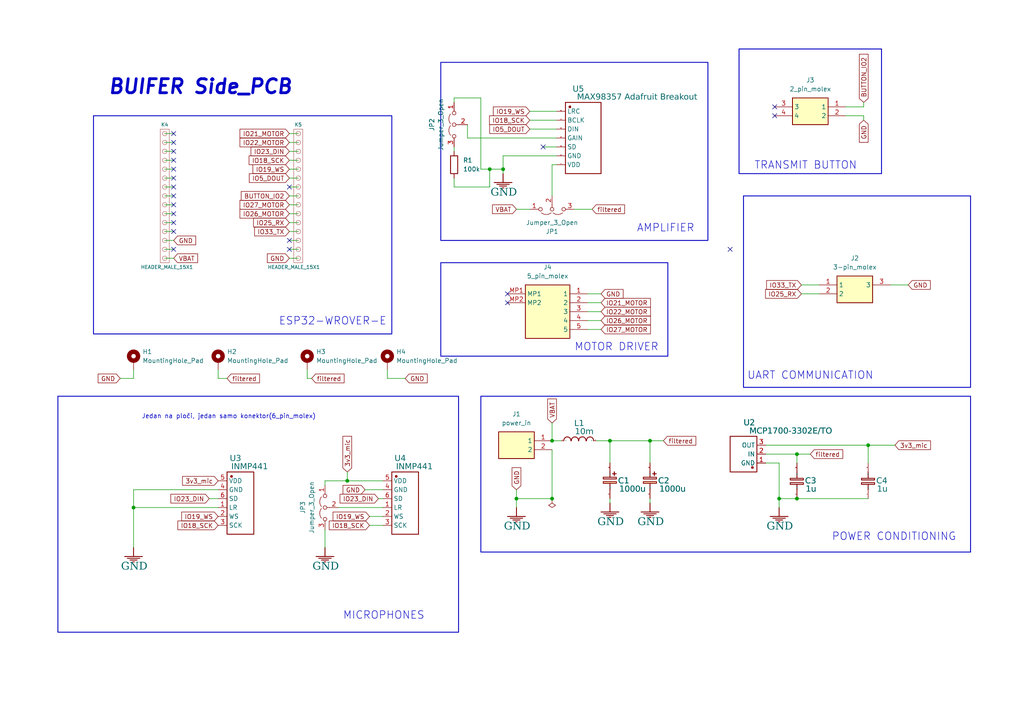
<source format=kicad_sch>
(kicad_sch
	(version 20250114)
	(generator "eeschema")
	(generator_version "9.0")
	(uuid "6c3faf2c-765b-448b-9994-00b3596b69be")
	(paper "User" 292.1 205.105)
	(lib_symbols
		(symbol "Device:R"
			(pin_numbers
				(hide yes)
			)
			(pin_names
				(offset 0)
			)
			(exclude_from_sim no)
			(in_bom yes)
			(on_board yes)
			(property "Reference" "R"
				(at 2.032 0 90)
				(effects
					(font
						(size 1.27 1.27)
					)
				)
			)
			(property "Value" "R"
				(at 0 0 90)
				(effects
					(font
						(size 1.27 1.27)
					)
				)
			)
			(property "Footprint" ""
				(at -1.778 0 90)
				(effects
					(font
						(size 1.27 1.27)
					)
					(hide yes)
				)
			)
			(property "Datasheet" "~"
				(at 0 0 0)
				(effects
					(font
						(size 1.27 1.27)
					)
					(hide yes)
				)
			)
			(property "Description" "Resistor"
				(at 0 0 0)
				(effects
					(font
						(size 1.27 1.27)
					)
					(hide yes)
				)
			)
			(property "ki_keywords" "R res resistor"
				(at 0 0 0)
				(effects
					(font
						(size 1.27 1.27)
					)
					(hide yes)
				)
			)
			(property "ki_fp_filters" "R_*"
				(at 0 0 0)
				(effects
					(font
						(size 1.27 1.27)
					)
					(hide yes)
				)
			)
			(symbol "R_0_1"
				(rectangle
					(start -1.016 -2.54)
					(end 1.016 2.54)
					(stroke
						(width 0.254)
						(type default)
					)
					(fill
						(type none)
					)
				)
			)
			(symbol "R_1_1"
				(pin passive line
					(at 0 3.81 270)
					(length 1.27)
					(name "~"
						(effects
							(font
								(size 1.27 1.27)
							)
						)
					)
					(number "1"
						(effects
							(font
								(size 1.27 1.27)
							)
						)
					)
				)
				(pin passive line
					(at 0 -3.81 90)
					(length 1.27)
					(name "~"
						(effects
							(font
								(size 1.27 1.27)
							)
						)
					)
					(number "2"
						(effects
							(font
								(size 1.27 1.27)
							)
						)
					)
				)
			)
			(embedded_fonts no)
		)
		(symbol "Jumper:Jumper_3_Open"
			(pin_names
				(offset 0)
				(hide yes)
			)
			(exclude_from_sim yes)
			(in_bom no)
			(on_board yes)
			(property "Reference" "JP"
				(at -2.54 -2.54 0)
				(effects
					(font
						(size 1.27 1.27)
					)
				)
			)
			(property "Value" "Jumper_3_Open"
				(at 0 2.794 0)
				(effects
					(font
						(size 1.27 1.27)
					)
				)
			)
			(property "Footprint" ""
				(at 0 0 0)
				(effects
					(font
						(size 1.27 1.27)
					)
					(hide yes)
				)
			)
			(property "Datasheet" "~"
				(at 0 0 0)
				(effects
					(font
						(size 1.27 1.27)
					)
					(hide yes)
				)
			)
			(property "Description" "Jumper, 3-pole, both open"
				(at 0 0 0)
				(effects
					(font
						(size 1.27 1.27)
					)
					(hide yes)
				)
			)
			(property "ki_keywords" "Jumper SPDT"
				(at 0 0 0)
				(effects
					(font
						(size 1.27 1.27)
					)
					(hide yes)
				)
			)
			(property "ki_fp_filters" "Jumper* TestPoint*3Pads* TestPoint*Bridge*"
				(at 0 0 0)
				(effects
					(font
						(size 1.27 1.27)
					)
					(hide yes)
				)
			)
			(symbol "Jumper_3_Open_0_0"
				(circle
					(center -3.302 0)
					(radius 0.508)
					(stroke
						(width 0)
						(type default)
					)
					(fill
						(type none)
					)
				)
				(circle
					(center 0 0)
					(radius 0.508)
					(stroke
						(width 0)
						(type default)
					)
					(fill
						(type none)
					)
				)
				(circle
					(center 3.302 0)
					(radius 0.508)
					(stroke
						(width 0)
						(type default)
					)
					(fill
						(type none)
					)
				)
			)
			(symbol "Jumper_3_Open_0_1"
				(arc
					(start -3.048 1.016)
					(mid -1.651 1.4992)
					(end -0.254 1.016)
					(stroke
						(width 0)
						(type default)
					)
					(fill
						(type none)
					)
				)
				(polyline
					(pts
						(xy 0 -0.508) (xy 0 -1.27)
					)
					(stroke
						(width 0)
						(type default)
					)
					(fill
						(type none)
					)
				)
				(arc
					(start 0.254 1.016)
					(mid 1.651 1.4992)
					(end 3.048 1.016)
					(stroke
						(width 0)
						(type default)
					)
					(fill
						(type none)
					)
				)
			)
			(symbol "Jumper_3_Open_1_1"
				(pin passive line
					(at -6.35 0 0)
					(length 2.54)
					(name "A"
						(effects
							(font
								(size 1.27 1.27)
							)
						)
					)
					(number "1"
						(effects
							(font
								(size 1.27 1.27)
							)
						)
					)
				)
				(pin passive line
					(at 0 -3.81 90)
					(length 2.54)
					(name "C"
						(effects
							(font
								(size 1.27 1.27)
							)
						)
					)
					(number "2"
						(effects
							(font
								(size 1.27 1.27)
							)
						)
					)
				)
				(pin passive line
					(at 6.35 0 180)
					(length 2.54)
					(name "B"
						(effects
							(font
								(size 1.27 1.27)
							)
						)
					)
					(number "3"
						(effects
							(font
								(size 1.27 1.27)
							)
						)
					)
				)
			)
			(embedded_fonts no)
		)
		(symbol "Mechanical:MountingHole_Pad"
			(pin_numbers
				(hide yes)
			)
			(pin_names
				(offset 1.016)
				(hide yes)
			)
			(exclude_from_sim yes)
			(in_bom no)
			(on_board yes)
			(property "Reference" "H"
				(at 0 6.35 0)
				(effects
					(font
						(size 1.27 1.27)
					)
				)
			)
			(property "Value" "MountingHole_Pad"
				(at 0 4.445 0)
				(effects
					(font
						(size 1.27 1.27)
					)
				)
			)
			(property "Footprint" ""
				(at 0 0 0)
				(effects
					(font
						(size 1.27 1.27)
					)
					(hide yes)
				)
			)
			(property "Datasheet" "~"
				(at 0 0 0)
				(effects
					(font
						(size 1.27 1.27)
					)
					(hide yes)
				)
			)
			(property "Description" "Mounting Hole with connection"
				(at 0 0 0)
				(effects
					(font
						(size 1.27 1.27)
					)
					(hide yes)
				)
			)
			(property "ki_keywords" "mounting hole"
				(at 0 0 0)
				(effects
					(font
						(size 1.27 1.27)
					)
					(hide yes)
				)
			)
			(property "ki_fp_filters" "MountingHole*Pad*"
				(at 0 0 0)
				(effects
					(font
						(size 1.27 1.27)
					)
					(hide yes)
				)
			)
			(symbol "MountingHole_Pad_0_1"
				(circle
					(center 0 1.27)
					(radius 1.27)
					(stroke
						(width 1.27)
						(type default)
					)
					(fill
						(type none)
					)
				)
			)
			(symbol "MountingHole_Pad_1_1"
				(pin input line
					(at 0 -2.54 90)
					(length 2.54)
					(name "1"
						(effects
							(font
								(size 1.27 1.27)
							)
						)
					)
					(number "1"
						(effects
							(font
								(size 1.27 1.27)
							)
						)
					)
				)
			)
			(embedded_fonts no)
		)
		(symbol "power:PWR_FLAG"
			(power)
			(pin_numbers
				(hide yes)
			)
			(pin_names
				(offset 0)
				(hide yes)
			)
			(exclude_from_sim no)
			(in_bom yes)
			(on_board yes)
			(property "Reference" "#FLG"
				(at 0 1.905 0)
				(effects
					(font
						(size 1.27 1.27)
					)
					(hide yes)
				)
			)
			(property "Value" "PWR_FLAG"
				(at 0 3.81 0)
				(effects
					(font
						(size 1.27 1.27)
					)
				)
			)
			(property "Footprint" ""
				(at 0 0 0)
				(effects
					(font
						(size 1.27 1.27)
					)
					(hide yes)
				)
			)
			(property "Datasheet" "~"
				(at 0 0 0)
				(effects
					(font
						(size 1.27 1.27)
					)
					(hide yes)
				)
			)
			(property "Description" "Special symbol for telling ERC where power comes from"
				(at 0 0 0)
				(effects
					(font
						(size 1.27 1.27)
					)
					(hide yes)
				)
			)
			(property "ki_keywords" "flag power"
				(at 0 0 0)
				(effects
					(font
						(size 1.27 1.27)
					)
					(hide yes)
				)
			)
			(symbol "PWR_FLAG_0_0"
				(pin power_out line
					(at 0 0 90)
					(length 0)
					(name "~"
						(effects
							(font
								(size 1.27 1.27)
							)
						)
					)
					(number "1"
						(effects
							(font
								(size 1.27 1.27)
							)
						)
					)
				)
			)
			(symbol "PWR_FLAG_0_1"
				(polyline
					(pts
						(xy 0 0) (xy 0 1.27) (xy -1.016 1.905) (xy 0 2.54) (xy 1.016 1.905) (xy 0 1.27)
					)
					(stroke
						(width 0)
						(type default)
					)
					(fill
						(type none)
					)
				)
			)
			(embedded_fonts no)
		)
		(symbol "walkie_talkie_symbols:2_pin_molex"
			(exclude_from_sim no)
			(in_bom yes)
			(on_board yes)
			(property "Reference" "J"
				(at 16.51 7.62 0)
				(effects
					(font
						(size 1.27 1.27)
					)
					(justify left top)
				)
			)
			(property "Value" "2_pin_molex"
				(at 16.51 5.08 0)
				(effects
					(font
						(size 1.27 1.27)
					)
					(justify left top)
				)
			)
			(property "Footprint" "533980276"
				(at 16.51 -94.92 0)
				(effects
					(font
						(size 1.27 1.27)
					)
					(justify left top)
					(hide yes)
				)
			)
			(property "Datasheet" "https://www.molex.com/pdm_docs/sd/533980276_sd.pdf"
				(at 16.51 -194.92 0)
				(effects
					(font
						(size 1.27 1.27)
					)
					(justify left top)
					(hide yes)
				)
			)
			(property "Description" "Headers & Wire Housings 1.25 WtB Wafer Assy 2Ckt EmbsTpPkg Black"
				(at 0 0 0)
				(effects
					(font
						(size 1.27 1.27)
					)
					(hide yes)
				)
			)
			(property "Height" "4.7"
				(at 16.51 -394.92 0)
				(effects
					(font
						(size 1.27 1.27)
					)
					(justify left top)
					(hide yes)
				)
			)
			(property "Mouser Part Number" "538-53398-0276"
				(at 16.51 -494.92 0)
				(effects
					(font
						(size 1.27 1.27)
					)
					(justify left top)
					(hide yes)
				)
			)
			(property "Mouser Price/Stock" "https://www.mouser.co.uk/ProductDetail/Molex/53398-0276?qs=7VuRRZzTCmHgojcjsl7qYA%3D%3D"
				(at 16.51 -594.92 0)
				(effects
					(font
						(size 1.27 1.27)
					)
					(justify left top)
					(hide yes)
				)
			)
			(property "Manufacturer_Name" "Molex"
				(at 16.51 -694.92 0)
				(effects
					(font
						(size 1.27 1.27)
					)
					(justify left top)
					(hide yes)
				)
			)
			(property "Manufacturer_Part_Number" "53398-0276"
				(at 16.51 -794.92 0)
				(effects
					(font
						(size 1.27 1.27)
					)
					(justify left top)
					(hide yes)
				)
			)
			(symbol "2_pin_molex_1_1"
				(rectangle
					(start 5.08 2.54)
					(end 15.24 -5.08)
					(stroke
						(width 0.254)
						(type default)
					)
					(fill
						(type background)
					)
				)
				(pin passive line
					(at 0 0 0)
					(length 5.08)
					(name "3"
						(effects
							(font
								(size 1.27 1.27)
							)
						)
					)
					(number "3"
						(effects
							(font
								(size 1.27 1.27)
							)
						)
					)
				)
				(pin passive line
					(at 0 -2.54 0)
					(length 5.08)
					(name "4"
						(effects
							(font
								(size 1.27 1.27)
							)
						)
					)
					(number "4"
						(effects
							(font
								(size 1.27 1.27)
							)
						)
					)
				)
				(pin passive line
					(at 20.32 0 180)
					(length 5.08)
					(name "1"
						(effects
							(font
								(size 1.27 1.27)
							)
						)
					)
					(number "1"
						(effects
							(font
								(size 1.27 1.27)
							)
						)
					)
				)
				(pin passive line
					(at 20.32 -2.54 180)
					(length 5.08)
					(name "2"
						(effects
							(font
								(size 1.27 1.27)
							)
						)
					)
					(number "2"
						(effects
							(font
								(size 1.27 1.27)
							)
						)
					)
				)
			)
			(embedded_fonts no)
		)
		(symbol "walkie_talkie_symbols:3-pin_molex"
			(exclude_from_sim no)
			(in_bom yes)
			(on_board yes)
			(property "Reference" "J"
				(at 16.51 7.62 0)
				(effects
					(font
						(size 1.27 1.27)
					)
					(justify left top)
				)
			)
			(property "Value" "3-pin_molex"
				(at 16.51 5.08 0)
				(effects
					(font
						(size 1.27 1.27)
					)
					(justify left top)
				)
			)
			(property "Footprint" "53398-0371"
				(at 16.51 -94.92 0)
				(effects
					(font
						(size 1.27 1.27)
					)
					(justify left top)
					(hide yes)
				)
			)
			(property "Datasheet" "https://www.molex.com/pdm_docs/sd/533980376_sd.pdf"
				(at 16.51 -194.92 0)
				(effects
					(font
						(size 1.27 1.27)
					)
					(justify left top)
					(hide yes)
				)
			)
			(property "Description" "Headers & Wire Housings 1.25 WtB Wafer Assy 3Ckt EmbsTpPkg Black"
				(at 0 0 0)
				(effects
					(font
						(size 1.27 1.27)
					)
					(hide yes)
				)
			)
			(property "Height" ""
				(at 16.51 -394.92 0)
				(effects
					(font
						(size 1.27 1.27)
					)
					(justify left top)
					(hide yes)
				)
			)
			(property "Mouser Part Number" "538-53398-0376"
				(at 16.51 -494.92 0)
				(effects
					(font
						(size 1.27 1.27)
					)
					(justify left top)
					(hide yes)
				)
			)
			(property "Mouser Price/Stock" "https://www.mouser.co.uk/ProductDetail/Molex/53398-0376?qs=9BfFgGvh7CdN%252BLsXzIp%252BZw%3D%3D"
				(at 16.51 -594.92 0)
				(effects
					(font
						(size 1.27 1.27)
					)
					(justify left top)
					(hide yes)
				)
			)
			(property "Manufacturer_Name" "Molex"
				(at 16.51 -694.92 0)
				(effects
					(font
						(size 1.27 1.27)
					)
					(justify left top)
					(hide yes)
				)
			)
			(property "Manufacturer_Part_Number" "53398-0376"
				(at 16.51 -794.92 0)
				(effects
					(font
						(size 1.27 1.27)
					)
					(justify left top)
					(hide yes)
				)
			)
			(symbol "3-pin_molex_1_1"
				(rectangle
					(start 5.08 2.54)
					(end 15.24 -5.08)
					(stroke
						(width 0.254)
						(type default)
					)
					(fill
						(type background)
					)
				)
				(pin passive line
					(at 0 0 0)
					(length 5.08)
					(name "1"
						(effects
							(font
								(size 1.27 1.27)
							)
						)
					)
					(number "1"
						(effects
							(font
								(size 1.27 1.27)
							)
						)
					)
				)
				(pin passive line
					(at 0 -2.54 0)
					(length 5.08)
					(name "2"
						(effects
							(font
								(size 1.27 1.27)
							)
						)
					)
					(number "2"
						(effects
							(font
								(size 1.27 1.27)
							)
						)
					)
				)
				(pin passive line
					(at 20.32 0 180)
					(length 5.08)
					(name "3"
						(effects
							(font
								(size 1.27 1.27)
							)
						)
					)
					(number "3"
						(effects
							(font
								(size 1.27 1.27)
							)
						)
					)
				)
			)
			(embedded_fonts no)
		)
		(symbol "walkie_talkie_symbols:5_pin_molex"
			(exclude_from_sim no)
			(in_bom yes)
			(on_board yes)
			(property "Reference" "J"
				(at 19.05 7.62 0)
				(effects
					(font
						(size 1.27 1.27)
					)
					(justify left top)
				)
			)
			(property "Value" "5_pin_molex"
				(at 19.05 5.08 0)
				(effects
					(font
						(size 1.27 1.27)
					)
					(justify left top)
				)
			)
			(property "Footprint" "532610571TR250"
				(at 19.05 -94.92 0)
				(effects
					(font
						(size 1.27 1.27)
					)
					(justify left top)
					(hide yes)
				)
			)
			(property "Datasheet" "https://www.molex.com/pdm_docs/sd/532610571_sd.pdf"
				(at 19.05 -194.92 0)
				(effects
					(font
						(size 1.27 1.27)
					)
					(justify left top)
					(hide yes)
				)
			)
			(property "Description" "Molex PICOBLADE Series, Series Number 53261, 1.25mm Pitch 5 Way 1 Row Right Angle PCB Header, Solder Termination, 1A"
				(at 0 0 0)
				(effects
					(font
						(size 1.27 1.27)
					)
					(hide yes)
				)
			)
			(property "Height" "3.4"
				(at 19.05 -394.92 0)
				(effects
					(font
						(size 1.27 1.27)
					)
					(justify left top)
					(hide yes)
				)
			)
			(property "Mouser Part Number" "538-53261-0571"
				(at 19.05 -494.92 0)
				(effects
					(font
						(size 1.27 1.27)
					)
					(justify left top)
					(hide yes)
				)
			)
			(property "Mouser Price/Stock" "https://www.mouser.co.uk/ProductDetail/Molex/53261-0571?qs=Z4ettq%2Fvyk9tUNWvtq%2FUoA%3D%3D"
				(at 19.05 -594.92 0)
				(effects
					(font
						(size 1.27 1.27)
					)
					(justify left top)
					(hide yes)
				)
			)
			(property "Manufacturer_Name" "Molex"
				(at 19.05 -694.92 0)
				(effects
					(font
						(size 1.27 1.27)
					)
					(justify left top)
					(hide yes)
				)
			)
			(property "Manufacturer_Part_Number" "53261-0571"
				(at 19.05 -794.92 0)
				(effects
					(font
						(size 1.27 1.27)
					)
					(justify left top)
					(hide yes)
				)
			)
			(symbol "5_pin_molex_1_1"
				(rectangle
					(start 5.08 2.54)
					(end 17.78 -12.7)
					(stroke
						(width 0.254)
						(type default)
					)
					(fill
						(type background)
					)
				)
				(pin passive line
					(at 0 0 0)
					(length 5.08)
					(name "MP1"
						(effects
							(font
								(size 1.27 1.27)
							)
						)
					)
					(number "MP1"
						(effects
							(font
								(size 1.27 1.27)
							)
						)
					)
				)
				(pin passive line
					(at 0 -2.54 0)
					(length 5.08)
					(name "MP2"
						(effects
							(font
								(size 1.27 1.27)
							)
						)
					)
					(number "MP2"
						(effects
							(font
								(size 1.27 1.27)
							)
						)
					)
				)
				(pin passive line
					(at 22.86 0 180)
					(length 5.08)
					(name "1"
						(effects
							(font
								(size 1.27 1.27)
							)
						)
					)
					(number "1"
						(effects
							(font
								(size 1.27 1.27)
							)
						)
					)
				)
				(pin passive line
					(at 22.86 -2.54 180)
					(length 5.08)
					(name "2"
						(effects
							(font
								(size 1.27 1.27)
							)
						)
					)
					(number "2"
						(effects
							(font
								(size 1.27 1.27)
							)
						)
					)
				)
				(pin passive line
					(at 22.86 -5.08 180)
					(length 5.08)
					(name "3"
						(effects
							(font
								(size 1.27 1.27)
							)
						)
					)
					(number "3"
						(effects
							(font
								(size 1.27 1.27)
							)
						)
					)
				)
				(pin passive line
					(at 22.86 -7.62 180)
					(length 5.08)
					(name "4"
						(effects
							(font
								(size 1.27 1.27)
							)
						)
					)
					(number "4"
						(effects
							(font
								(size 1.27 1.27)
							)
						)
					)
				)
				(pin passive line
					(at 22.86 -10.16 180)
					(length 5.08)
					(name "5"
						(effects
							(font
								(size 1.27 1.27)
							)
						)
					)
					(number "5"
						(effects
							(font
								(size 1.27 1.27)
							)
						)
					)
				)
			)
			(embedded_fonts no)
		)
		(symbol "walkie_talkie_symbols:CE_TH_D12.5×F5.0_EU"
			(exclude_from_sim no)
			(in_bom yes)
			(on_board yes)
			(property "Reference" "C1"
				(at 2.3368 0.8763 0)
				(effects
					(font
						(face "Arial")
						(size 1.6891 1.6891)
					)
					(justify left top)
				)
			)
			(property "Value" "1000u"
				(at 2.3114 -1.4097 0)
				(effects
					(font
						(face "Arial")
						(size 1.6891 1.6891)
					)
					(justify left top)
				)
			)
			(property "Footprint" ""
				(at 0 0 0)
				(effects
					(font
						(size 1.27 1.27)
					)
					(hide yes)
				)
			)
			(property "Datasheet" ""
				(at 0 0 0)
				(effects
					(font
						(size 1.27 1.27)
					)
					(hide yes)
				)
			)
			(property "Description" ""
				(at 0 0 0)
				(effects
					(font
						(size 1.27 1.27)
					)
					(hide yes)
				)
			)
			(symbol "CE_TH_D12.5×F5.0_EU_0_0"
				(rectangle
					(start -1.905 1.016)
					(end 1.8288 0.5334)
					(stroke
						(width 0.254)
						(type solid)
					)
					(fill
						(type none)
					)
				)
				(rectangle
					(start -1.905 -0.254)
					(end 1.8288 -0.7112)
					(stroke
						(width 0.254)
						(type solid)
					)
					(fill
						(type background)
					)
				)
				(polyline
					(pts
						(xy 0 2.54) (xy 0 1.016)
					)
					(stroke
						(width 0.254)
						(type solid)
					)
					(fill
						(type none)
					)
				)
				(polyline
					(pts
						(xy 0 -2.54) (xy 0 -0.762)
					)
					(stroke
						(width 0.254)
						(type solid)
					)
					(fill
						(type none)
					)
				)
				(rectangle
					(start 0.762 2.032)
					(end 1.778 2.0066)
					(stroke
						(width 0.254)
						(type solid)
					)
					(fill
						(type background)
					)
				)
				(rectangle
					(start 1.2192 2.54)
					(end 1.27 1.524)
					(stroke
						(width 0.254)
						(type solid)
					)
					(fill
						(type background)
					)
				)
				(pin unspecified line
					(at 0 5.08 270)
					(length 2.54)
					(name "1"
						(effects
							(font
								(size 0.0254 0.0254)
							)
						)
					)
					(number "1"
						(effects
							(font
								(size 0.0254 0.0254)
							)
						)
					)
				)
				(pin unspecified line
					(at 0 -5.08 90)
					(length 2.54)
					(name "2"
						(effects
							(font
								(size 0.0254 0.0254)
							)
						)
					)
					(number "2"
						(effects
							(font
								(size 0.0254 0.0254)
							)
						)
					)
				)
			)
			(embedded_fonts no)
		)
		(symbol "walkie_talkie_symbols:C_RAD-0.3_EU"
			(exclude_from_sim no)
			(in_bom yes)
			(on_board yes)
			(property "Reference" "C4"
				(at 2.3368 0.8763 0)
				(effects
					(font
						(face "Arial")
						(size 1.6891 1.6891)
					)
					(justify left top)
				)
			)
			(property "Value" "1u"
				(at 2.3114 -1.4097 0)
				(effects
					(font
						(face "Arial")
						(size 1.6891 1.6891)
					)
					(justify left top)
				)
			)
			(property "Footprint" ""
				(at 0 0 0)
				(effects
					(font
						(size 1.27 1.27)
					)
					(hide yes)
				)
			)
			(property "Datasheet" ""
				(at 0 0 0)
				(effects
					(font
						(size 1.27 1.27)
					)
					(hide yes)
				)
			)
			(property "Description" ""
				(at 0 0 0)
				(effects
					(font
						(size 1.27 1.27)
					)
					(hide yes)
				)
			)
			(symbol "C_RAD-0.3_EU_0_0"
				(rectangle
					(start -1.905 0.7112)
					(end 1.8288 0.254)
					(stroke
						(width 0.254)
						(type solid)
					)
					(fill
						(type none)
					)
				)
				(rectangle
					(start -1.905 -0.5334)
					(end 1.8288 -1.016)
					(stroke
						(width 0.254)
						(type solid)
					)
					(fill
						(type none)
					)
				)
				(polyline
					(pts
						(xy 0 2.54) (xy 0 0.762)
					)
					(stroke
						(width 0.254)
						(type solid)
					)
					(fill
						(type none)
					)
				)
				(polyline
					(pts
						(xy 0 -2.54) (xy 0 -1.016)
					)
					(stroke
						(width 0.254)
						(type solid)
					)
					(fill
						(type none)
					)
				)
				(pin unspecified line
					(at 0 5.08 270)
					(length 2.54)
					(name "2"
						(effects
							(font
								(size 0.0254 0.0254)
							)
						)
					)
					(number "2"
						(effects
							(font
								(size 0.0254 0.0254)
							)
						)
					)
				)
				(pin unspecified line
					(at 0 -5.08 90)
					(length 2.54)
					(name "1"
						(effects
							(font
								(size 0.0254 0.0254)
							)
						)
					)
					(number "1"
						(effects
							(font
								(size 0.0254 0.0254)
							)
						)
					)
				)
			)
			(embedded_fonts no)
		)
		(symbol "walkie_talkie_symbols:C_RAD-0.3_EU_1"
			(exclude_from_sim no)
			(in_bom yes)
			(on_board yes)
			(property "Reference" "C3"
				(at 2.3368 0.8763 0)
				(effects
					(font
						(face "Arial")
						(size 1.6891 1.6891)
					)
					(justify left top)
				)
			)
			(property "Value" "1u"
				(at 2.3114 -1.4097 0)
				(effects
					(font
						(face "Arial")
						(size 1.6891 1.6891)
					)
					(justify left top)
				)
			)
			(property "Footprint" ""
				(at 0 0 0)
				(effects
					(font
						(size 1.27 1.27)
					)
					(hide yes)
				)
			)
			(property "Datasheet" ""
				(at 0 0 0)
				(effects
					(font
						(size 1.27 1.27)
					)
					(hide yes)
				)
			)
			(property "Description" ""
				(at 0 0 0)
				(effects
					(font
						(size 1.27 1.27)
					)
					(hide yes)
				)
			)
			(symbol "C_RAD-0.3_EU_1_0_0"
				(rectangle
					(start -1.905 0.7112)
					(end 1.8288 0.254)
					(stroke
						(width 0.254)
						(type solid)
					)
					(fill
						(type none)
					)
				)
				(rectangle
					(start -1.905 -0.5334)
					(end 1.8288 -1.016)
					(stroke
						(width 0.254)
						(type solid)
					)
					(fill
						(type none)
					)
				)
				(polyline
					(pts
						(xy 0 2.54) (xy 0 0.762)
					)
					(stroke
						(width 0.254)
						(type solid)
					)
					(fill
						(type none)
					)
				)
				(polyline
					(pts
						(xy 0 -2.54) (xy 0 -1.016)
					)
					(stroke
						(width 0.254)
						(type solid)
					)
					(fill
						(type none)
					)
				)
				(pin unspecified line
					(at 0 5.08 270)
					(length 2.54)
					(name "2"
						(effects
							(font
								(size 0.0254 0.0254)
							)
						)
					)
					(number "2"
						(effects
							(font
								(size 0.0254 0.0254)
							)
						)
					)
				)
				(pin unspecified line
					(at 0 -5.08 90)
					(length 2.54)
					(name "1"
						(effects
							(font
								(size 0.0254 0.0254)
							)
						)
					)
					(number "1"
						(effects
							(font
								(size 0.0254 0.0254)
							)
						)
					)
				)
			)
			(embedded_fonts no)
		)
		(symbol "walkie_talkie_symbols:GND"
			(power)
			(pin_numbers
				(hide yes)
			)
			(pin_names
				(hide yes)
			)
			(exclude_from_sim no)
			(in_bom yes)
			(on_board yes)
			(property "Reference" "#PWR"
				(at 0 0 0)
				(effects
					(font
						(size 1.27 1.27)
					)
					(hide yes)
				)
			)
			(property "Value" "GND"
				(at 0 -6.35 0)
				(effects
					(font
						(size 1.27 1.27)
					)
				)
			)
			(property "Footprint" ""
				(at 0 0 0)
				(effects
					(font
						(size 1.27 1.27)
					)
					(hide yes)
				)
			)
			(property "Datasheet" ""
				(at 0 0 0)
				(effects
					(font
						(size 1.27 1.27)
					)
					(hide yes)
				)
			)
			(property "Description" "Power symbol creates a global label with name 'GND'"
				(at 0 0 0)
				(effects
					(font
						(size 1.27 1.27)
					)
					(hide yes)
				)
			)
			(property "ki_keywords" "power-flag"
				(at 0 0 0)
				(effects
					(font
						(size 1.27 1.27)
					)
					(hide yes)
				)
			)
			(symbol "GND_0_0"
				(polyline
					(pts
						(xy -2.54 -2.54) (xy 2.54 -2.54)
					)
					(stroke
						(width 0.254)
						(type solid)
					)
					(fill
						(type none)
					)
				)
				(polyline
					(pts
						(xy -1.778 -3.048) (xy 1.778 -3.048)
					)
					(stroke
						(width 0.254)
						(type solid)
					)
					(fill
						(type none)
					)
				)
				(polyline
					(pts
						(xy -1.016 -3.556) (xy 1.016 -3.556)
					)
					(stroke
						(width 0.254)
						(type solid)
					)
					(fill
						(type none)
					)
				)
				(polyline
					(pts
						(xy -0.254 -4.064) (xy 0.254 -4.064)
					)
					(stroke
						(width 0.254)
						(type solid)
					)
					(fill
						(type none)
					)
				)
				(polyline
					(pts
						(xy 0 0) (xy 0 -2.54)
					)
					(stroke
						(width 0.254)
						(type solid)
					)
					(fill
						(type none)
					)
				)
				(pin power_in line
					(at 0 0 270)
					(length 0)
					(name "GND"
						(effects
							(font
								(size 1.27 1.27)
							)
						)
					)
					(number "1"
						(effects
							(font
								(size 1.27 1.27)
							)
						)
					)
				)
			)
			(embedded_fonts no)
		)
		(symbol "walkie_talkie_symbols:HEADER_MALE_15X1"
			(pin_numbers
				(hide yes)
			)
			(pin_names
				(hide yes)
			)
			(exclude_from_sim no)
			(in_bom yes)
			(on_board yes)
			(property "Reference" "K"
				(at -0.635 20.32 0)
				(effects
					(font
						(size 1 1)
					)
				)
			)
			(property "Value" "HEADER_MALE_15X1"
				(at 1.27 -20.32 0)
				(effects
					(font
						(size 1 1)
					)
				)
			)
			(property "Footprint" "e-radionica.com footprinti:HEADER_MALE_15X1"
				(at 0 0 0)
				(effects
					(font
						(size 1 1)
					)
					(hide yes)
				)
			)
			(property "Datasheet" ""
				(at 0 0 0)
				(effects
					(font
						(size 1 1)
					)
					(hide yes)
				)
			)
			(property "Description" ""
				(at 0 0 0)
				(effects
					(font
						(size 1.27 1.27)
					)
					(hide yes)
				)
			)
			(symbol "HEADER_MALE_15X1_0_1"
				(circle
					(center 0 17.78)
					(radius 0.635)
					(stroke
						(width 0.0006)
						(type default)
					)
					(fill
						(type none)
					)
				)
				(circle
					(center 0 15.24)
					(radius 0.635)
					(stroke
						(width 0.0006)
						(type default)
					)
					(fill
						(type none)
					)
				)
				(circle
					(center 0 12.7)
					(radius 0.635)
					(stroke
						(width 0.0006)
						(type default)
					)
					(fill
						(type none)
					)
				)
				(circle
					(center 0 10.16)
					(radius 0.635)
					(stroke
						(width 0.0006)
						(type default)
					)
					(fill
						(type none)
					)
				)
				(circle
					(center 0 7.62)
					(radius 0.635)
					(stroke
						(width 0.0006)
						(type default)
					)
					(fill
						(type none)
					)
				)
				(circle
					(center 0 5.08)
					(radius 0.635)
					(stroke
						(width 0.0006)
						(type default)
					)
					(fill
						(type none)
					)
				)
				(circle
					(center 0 2.54)
					(radius 0.635)
					(stroke
						(width 0.0006)
						(type default)
					)
					(fill
						(type none)
					)
				)
				(circle
					(center 0 0)
					(radius 0.635)
					(stroke
						(width 0.0006)
						(type default)
					)
					(fill
						(type none)
					)
				)
				(circle
					(center 0 -2.54)
					(radius 0.635)
					(stroke
						(width 0.0006)
						(type default)
					)
					(fill
						(type none)
					)
				)
				(circle
					(center 0 -5.08)
					(radius 0.635)
					(stroke
						(width 0.0006)
						(type default)
					)
					(fill
						(type none)
					)
				)
				(circle
					(center 0 -7.62)
					(radius 0.635)
					(stroke
						(width 0.0006)
						(type default)
					)
					(fill
						(type none)
					)
				)
				(circle
					(center 0 -10.16)
					(radius 0.635)
					(stroke
						(width 0.0006)
						(type default)
					)
					(fill
						(type none)
					)
				)
				(circle
					(center 0 -12.7)
					(radius 0.635)
					(stroke
						(width 0.0006)
						(type default)
					)
					(fill
						(type none)
					)
				)
				(circle
					(center 0 -15.24)
					(radius 0.635)
					(stroke
						(width 0.0006)
						(type default)
					)
					(fill
						(type none)
					)
				)
				(circle
					(center 0 -17.78)
					(radius 0.635)
					(stroke
						(width 0.0006)
						(type default)
					)
					(fill
						(type none)
					)
				)
				(rectangle
					(start 1.27 -19.05)
					(end -1.27 19.05)
					(stroke
						(width 0.0006)
						(type default)
					)
					(fill
						(type none)
					)
				)
			)
			(symbol "HEADER_MALE_15X1_1_1"
				(pin passive line
					(at 0 17.78 180)
					(length 0)
					(name "~"
						(effects
							(font
								(size 0.991 0.991)
							)
						)
					)
					(number "15"
						(effects
							(font
								(size 0.991 0.991)
							)
						)
					)
				)
				(pin passive line
					(at 0 15.24 180)
					(length 0)
					(name "~"
						(effects
							(font
								(size 0.991 0.991)
							)
						)
					)
					(number "14"
						(effects
							(font
								(size 0.991 0.991)
							)
						)
					)
				)
				(pin passive line
					(at 0 12.7 180)
					(length 0)
					(name "~"
						(effects
							(font
								(size 0.991 0.991)
							)
						)
					)
					(number "13"
						(effects
							(font
								(size 0.991 0.991)
							)
						)
					)
				)
				(pin passive line
					(at 0 10.16 180)
					(length 0)
					(name "~"
						(effects
							(font
								(size 0.991 0.991)
							)
						)
					)
					(number "12"
						(effects
							(font
								(size 0.991 0.991)
							)
						)
					)
				)
				(pin passive line
					(at 0 7.62 180)
					(length 0)
					(name "~"
						(effects
							(font
								(size 0.991 0.991)
							)
						)
					)
					(number "11"
						(effects
							(font
								(size 0.991 0.991)
							)
						)
					)
				)
				(pin passive line
					(at 0 5.08 180)
					(length 0)
					(name "~"
						(effects
							(font
								(size 0.991 0.991)
							)
						)
					)
					(number "10"
						(effects
							(font
								(size 0.991 0.991)
							)
						)
					)
				)
				(pin passive line
					(at 0 2.54 180)
					(length 0)
					(name "~"
						(effects
							(font
								(size 0.991 0.991)
							)
						)
					)
					(number "9"
						(effects
							(font
								(size 0.991 0.991)
							)
						)
					)
				)
				(pin passive line
					(at 0 0 180)
					(length 0)
					(name "~"
						(effects
							(font
								(size 0.991 0.991)
							)
						)
					)
					(number "8"
						(effects
							(font
								(size 0.991 0.991)
							)
						)
					)
				)
				(pin passive line
					(at 0 -2.54 180)
					(length 0)
					(name "~"
						(effects
							(font
								(size 0.991 0.991)
							)
						)
					)
					(number "7"
						(effects
							(font
								(size 0.991 0.991)
							)
						)
					)
				)
				(pin passive line
					(at 0 -5.08 180)
					(length 0)
					(name "~"
						(effects
							(font
								(size 0.991 0.991)
							)
						)
					)
					(number "6"
						(effects
							(font
								(size 0.991 0.991)
							)
						)
					)
				)
				(pin passive line
					(at 0 -7.62 180)
					(length 0)
					(name "~"
						(effects
							(font
								(size 0.991 0.991)
							)
						)
					)
					(number "5"
						(effects
							(font
								(size 0.991 0.991)
							)
						)
					)
				)
				(pin passive line
					(at 0 -10.16 180)
					(length 0)
					(name "~"
						(effects
							(font
								(size 0.991 0.991)
							)
						)
					)
					(number "4"
						(effects
							(font
								(size 0.991 0.991)
							)
						)
					)
				)
				(pin passive line
					(at 0 -12.7 180)
					(length 0)
					(name "~"
						(effects
							(font
								(size 0.991 0.991)
							)
						)
					)
					(number "3"
						(effects
							(font
								(size 0.991 0.991)
							)
						)
					)
				)
				(pin passive line
					(at 0 -15.24 180)
					(length 0)
					(name "~"
						(effects
							(font
								(size 0.991 0.991)
							)
						)
					)
					(number "2"
						(effects
							(font
								(size 0.991 0.991)
							)
						)
					)
				)
				(pin passive line
					(at 0 -17.78 180)
					(length 0)
					(name "~"
						(effects
							(font
								(size 0.991 0.991)
							)
						)
					)
					(number "1"
						(effects
							(font
								(size 0.991 0.991)
							)
						)
					)
				)
			)
			(embedded_fonts no)
		)
		(symbol "walkie_talkie_symbols:INMP441"
			(exclude_from_sim no)
			(in_bom yes)
			(on_board yes)
			(property "Reference" "U3"
				(at -3.0226 13.6271 0)
				(effects
					(font
						(face "Arial")
						(size 1.6891 1.6891)
					)
					(justify left top)
				)
			)
			(property "Value" "INMP441"
				(at -3.0226 11.3411 0)
				(effects
					(font
						(face "Arial")
						(size 1.6891 1.6891)
					)
					(justify left top)
				)
			)
			(property "Footprint" ""
				(at 0 0 0)
				(effects
					(font
						(size 1.27 1.27)
					)
					(hide yes)
				)
			)
			(property "Datasheet" ""
				(at 0 0 0)
				(effects
					(font
						(size 1.27 1.27)
					)
					(hide yes)
				)
			)
			(property "Description" ""
				(at 0 0 0)
				(effects
					(font
						(size 1.27 1.27)
					)
					(hide yes)
				)
			)
			(property "Supplier" "Adafruit"
				(at 0 0 0)
				(effects
					(font
						(size 1.27 1.27)
					)
					(hide yes)
				)
			)
			(symbol "INMP441_0_0"
				(rectangle
					(start -3.81 8.89)
					(end 3.81 -8.89)
					(stroke
						(width 0.254)
						(type solid)
					)
					(fill
						(type none)
					)
				)
				(circle
					(center -2.54 7.62)
					(radius 0.254)
					(stroke
						(width 0.254)
						(type solid)
					)
					(fill
						(type outline)
					)
				)
				(pin unspecified line
					(at -6.35 6.35 0)
					(length 2.54)
					(name "VDD"
						(effects
							(font
								(size 1.27 1.27)
							)
						)
					)
					(number "5"
						(effects
							(font
								(size 1.27 1.27)
							)
						)
					)
				)
				(pin unspecified line
					(at -6.35 3.81 0)
					(length 2.54)
					(name "GND"
						(effects
							(font
								(size 1.27 1.27)
							)
						)
					)
					(number "4"
						(effects
							(font
								(size 1.27 1.27)
							)
						)
					)
				)
				(pin unspecified line
					(at -6.35 1.27 0)
					(length 2.54)
					(name "SD"
						(effects
							(font
								(size 1.27 1.27)
							)
						)
					)
					(number "6"
						(effects
							(font
								(size 1.27 1.27)
							)
						)
					)
				)
				(pin unspecified line
					(at -6.35 -1.27 0)
					(length 2.54)
					(name "LR"
						(effects
							(font
								(size 1.27 1.27)
							)
						)
					)
					(number "1"
						(effects
							(font
								(size 1.27 1.27)
							)
						)
					)
				)
				(pin unspecified line
					(at -6.35 -3.81 0)
					(length 2.54)
					(name "WS"
						(effects
							(font
								(size 1.27 1.27)
							)
						)
					)
					(number "2"
						(effects
							(font
								(size 1.27 1.27)
							)
						)
					)
				)
				(pin unspecified line
					(at -6.35 -6.35 0)
					(length 2.54)
					(name "SCK"
						(effects
							(font
								(size 1.27 1.27)
							)
						)
					)
					(number "3"
						(effects
							(font
								(size 1.27 1.27)
							)
						)
					)
				)
			)
			(embedded_fonts no)
		)
		(symbol "walkie_talkie_symbols:L_AXIAL-0.6_US"
			(exclude_from_sim no)
			(in_bom yes)
			(on_board yes)
			(property "Reference" "L1"
				(at -1.2954 5.8293 0)
				(effects
					(font
						(face "Arial")
						(size 1.6891 1.6891)
					)
					(justify left top)
				)
			)
			(property "Value" "10m"
				(at -1.3208 3.5433 0)
				(effects
					(font
						(face "Arial")
						(size 1.6891 1.6891)
					)
					(justify left top)
				)
			)
			(property "Footprint" ""
				(at 0 0 0)
				(effects
					(font
						(size 1.27 1.27)
					)
					(hide yes)
				)
			)
			(property "Datasheet" ""
				(at 0 0 0)
				(effects
					(font
						(size 1.27 1.27)
					)
					(hide yes)
				)
			)
			(property "Description" ""
				(at 0 0 0)
				(effects
					(font
						(size 1.27 1.27)
					)
					(hide yes)
				)
			)
			(symbol "L_AXIAL-0.6_US_0_0"
				(arc
					(start -4.2672 0)
					(mid -3.2779 1.0974)
					(end -2.2606 0)
					(stroke
						(width 0.254)
						(type solid)
					)
					(fill
						(type none)
					)
				)
				(arc
					(start -2.1082 0)
					(mid -1.1189 1.0974)
					(end -0.1016 0)
					(stroke
						(width 0.254)
						(type solid)
					)
					(fill
						(type none)
					)
				)
				(arc
					(start 0 0)
					(mid 1.016 1.1227)
					(end 2.032 0)
					(stroke
						(width 0.254)
						(type solid)
					)
					(fill
						(type none)
					)
				)
				(arc
					(start 2.2098 0)
					(mid 3.1991 1.0974)
					(end 4.2164 0)
					(stroke
						(width 0.254)
						(type solid)
					)
					(fill
						(type none)
					)
				)
				(pin unspecified line
					(at -5.08 0 0)
					(length 0.762)
					(name "1"
						(effects
							(font
								(size 0.0254 0.0254)
							)
						)
					)
					(number "1"
						(effects
							(font
								(size 0.0254 0.0254)
							)
						)
					)
				)
				(pin unspecified line
					(at 5.08 0 180)
					(length 0.762)
					(name "2"
						(effects
							(font
								(size 0.0254 0.0254)
							)
						)
					)
					(number "2"
						(effects
							(font
								(size 0.0254 0.0254)
							)
						)
					)
				)
			)
			(embedded_fonts no)
		)
		(symbol "walkie_talkie_symbols:MAX98357 Adafruit Breakout"
			(exclude_from_sim no)
			(in_bom yes)
			(on_board yes)
			(property "Reference" "U5"
				(at -3.0226 14.8463 0)
				(effects
					(font
						(face "Arial")
						(size 1.6891 1.6891)
					)
					(justify left top)
				)
			)
			(property "Value" "MAX98357 Adafruit Breakout"
				(at -3.0226 12.6365 0)
				(effects
					(font
						(face "Arial")
						(size 1.6891 1.6891)
					)
					(justify left top)
				)
			)
			(property "Footprint" ""
				(at 0 0 0)
				(effects
					(font
						(size 1.27 1.27)
					)
					(hide yes)
				)
			)
			(property "Datasheet" ""
				(at 0 0 0)
				(effects
					(font
						(size 1.27 1.27)
					)
					(hide yes)
				)
			)
			(property "Description" ""
				(at 0 0 0)
				(effects
					(font
						(size 1.27 1.27)
					)
					(hide yes)
				)
			)
			(symbol "MAX98357 Adafruit Breakout_0_0"
				(rectangle
					(start -5.08 10.16)
					(end 5.08 -10.16)
					(stroke
						(width 0.254)
						(type solid)
					)
					(fill
						(type none)
					)
				)
				(circle
					(center -3.81 8.89)
					(radius 0.254)
					(stroke
						(width 0.254)
						(type solid)
					)
					(fill
						(type outline)
					)
				)
				(pin unspecified line
					(at -7.62 7.62 0)
					(length 2.54)
					(name "LRC"
						(effects
							(font
								(size 1.27 1.27)
							)
						)
					)
					(number "8"
						(effects
							(font
								(size 0.0254 0.0254)
							)
						)
					)
				)
				(pin unspecified line
					(at -7.62 5.08 0)
					(length 2.54)
					(name "BCLK"
						(effects
							(font
								(size 1.27 1.27)
							)
						)
					)
					(number "9"
						(effects
							(font
								(size 0.0254 0.0254)
							)
						)
					)
				)
				(pin unspecified line
					(at -7.62 2.54 0)
					(length 2.54)
					(name "DIN"
						(effects
							(font
								(size 1.27 1.27)
							)
						)
					)
					(number "10"
						(effects
							(font
								(size 0.0254 0.0254)
							)
						)
					)
				)
				(pin unspecified line
					(at -7.62 0 0)
					(length 2.54)
					(name "GAIN"
						(effects
							(font
								(size 1.27 1.27)
							)
						)
					)
					(number "11"
						(effects
							(font
								(size 0.0254 0.0254)
							)
						)
					)
				)
				(pin unspecified line
					(at -7.62 -2.54 0)
					(length 2.54)
					(name "SD"
						(effects
							(font
								(size 1.27 1.27)
							)
						)
					)
					(number "12"
						(effects
							(font
								(size 0.0254 0.0254)
							)
						)
					)
				)
				(pin unspecified line
					(at -7.62 -5.08 0)
					(length 2.54)
					(name "GND"
						(effects
							(font
								(size 1.27 1.27)
							)
						)
					)
					(number "13"
						(effects
							(font
								(size 0.0254 0.0254)
							)
						)
					)
				)
				(pin unspecified line
					(at -7.62 -7.62 0)
					(length 2.54)
					(name "VDD"
						(effects
							(font
								(size 1.27 1.27)
							)
						)
					)
					(number "14"
						(effects
							(font
								(size 0.0254 0.0254)
							)
						)
					)
				)
			)
			(embedded_fonts no)
		)
		(symbol "walkie_talkie_symbols:MCP1700-3302E/TO"
			(exclude_from_sim no)
			(in_bom yes)
			(on_board yes)
			(property "Reference" "U2"
				(at -1.2446 8.5471 0)
				(effects
					(font
						(face "Arial")
						(size 1.6891 1.6891)
					)
					(justify left top)
				)
			)
			(property "Value" "MCP1700-3302E/TO"
				(at -1.2446 6.2611 0)
				(effects
					(font
						(face "Arial")
						(size 1.6891 1.6891)
					)
					(justify left top)
				)
			)
			(property "Footprint" ""
				(at 0 0 0)
				(effects
					(font
						(size 1.27 1.27)
					)
					(hide yes)
				)
			)
			(property "Datasheet" ""
				(at 0 0 0)
				(effects
					(font
						(size 1.27 1.27)
					)
					(hide yes)
				)
			)
			(property "Description" ""
				(at 0 0 0)
				(effects
					(font
						(size 1.27 1.27)
					)
					(hide yes)
				)
			)
			(property "Manufacturer Part" "MCP1700-3302E/TO"
				(at 0 0 0)
				(effects
					(font
						(size 1.27 1.27)
					)
					(hide yes)
				)
			)
			(property "Manufacturer" "Microchip Tech"
				(at 0 0 0)
				(effects
					(font
						(size 1.27 1.27)
					)
					(hide yes)
				)
			)
			(property "Supplier Part" "C511277"
				(at 0 0 0)
				(effects
					(font
						(size 1.27 1.27)
					)
					(hide yes)
				)
			)
			(property "Supplier" "LCSC"
				(at 0 0 0)
				(effects
					(font
						(size 1.27 1.27)
					)
					(hide yes)
				)
			)
			(symbol "MCP1700-3302E/TO_0_0"
				(rectangle
					(start -5.08 3.81)
					(end 2.54 -6.35)
					(stroke
						(width 0.254)
						(type solid)
					)
					(fill
						(type none)
					)
				)
				(circle
					(center 1.27 -5.08)
					(radius 0.254)
					(stroke
						(width 0.254)
						(type solid)
					)
					(fill
						(type outline)
					)
				)
				(pin unspecified line
					(at 5.08 1.27 180)
					(length 2.54)
					(name "OUT"
						(effects
							(font
								(size 1.27 1.27)
							)
						)
					)
					(number "3"
						(effects
							(font
								(size 1.27 1.27)
							)
						)
					)
				)
				(pin unspecified line
					(at 5.08 -1.27 180)
					(length 2.54)
					(name "IN"
						(effects
							(font
								(size 1.27 1.27)
							)
						)
					)
					(number "2"
						(effects
							(font
								(size 1.27 1.27)
							)
						)
					)
				)
				(pin unspecified line
					(at 5.08 -3.81 180)
					(length 2.54)
					(name "GND"
						(effects
							(font
								(size 1.27 1.27)
							)
						)
					)
					(number "1"
						(effects
							(font
								(size 1.27 1.27)
							)
						)
					)
				)
			)
			(embedded_fonts no)
		)
		(symbol "walkie_talkie_symbols:power_in"
			(exclude_from_sim no)
			(in_bom yes)
			(on_board yes)
			(property "Reference" "J"
				(at 16.51 7.62 0)
				(effects
					(font
						(size 1.27 1.27)
					)
					(justify left top)
				)
			)
			(property "Value" "power_in"
				(at 16.51 5.08 0)
				(effects
					(font
						(size 1.27 1.27)
					)
					(justify left top)
				)
			)
			(property "Footprint" "215760-YY02"
				(at 16.51 -94.92 0)
				(effects
					(font
						(size 1.27 1.27)
					)
					(justify left top)
					(hide yes)
				)
			)
			(property "Datasheet" "https://www.molex.com/pdm_docs/sd/2157601002_sd.pdf"
				(at 16.51 -194.92 0)
				(effects
					(font
						(size 1.27 1.27)
					)
					(justify left top)
					(hide yes)
				)
			)
			(property "Description" "Micro-Fit+ Right-Angle Header, 3.00mm Pitch, Single Row, 2 Circuits,  UL 94V-0, Glow-Wire Capable, Black"
				(at 0 0 0)
				(effects
					(font
						(size 1.27 1.27)
					)
					(hide yes)
				)
			)
			(property "Height" "5.87"
				(at 16.51 -394.92 0)
				(effects
					(font
						(size 1.27 1.27)
					)
					(justify left top)
					(hide yes)
				)
			)
			(property "Mouser Part Number" "538-215760-3002"
				(at 16.51 -494.92 0)
				(effects
					(font
						(size 1.27 1.27)
					)
					(justify left top)
					(hide yes)
				)
			)
			(property "Mouser Price/Stock" "https://www.mouser.co.uk/ProductDetail/Molex/215760-3002?qs=pBJMDPsKWf2Kd79WPESr9w%3D%3D"
				(at 16.51 -594.92 0)
				(effects
					(font
						(size 1.27 1.27)
					)
					(justify left top)
					(hide yes)
				)
			)
			(property "Manufacturer_Name" "Molex"
				(at 16.51 -694.92 0)
				(effects
					(font
						(size 1.27 1.27)
					)
					(justify left top)
					(hide yes)
				)
			)
			(property "Manufacturer_Part_Number" "215760-3002"
				(at 16.51 -794.92 0)
				(effects
					(font
						(size 1.27 1.27)
					)
					(justify left top)
					(hide yes)
				)
			)
			(symbol "power_in_1_1"
				(rectangle
					(start 5.08 2.54)
					(end 15.24 -5.08)
					(stroke
						(width 0.254)
						(type default)
					)
					(fill
						(type background)
					)
				)
				(pin passive line
					(at 0 0 0)
					(length 5.08)
					(name "2"
						(effects
							(font
								(size 1.27 1.27)
							)
						)
					)
					(number "2"
						(effects
							(font
								(size 1.27 1.27)
							)
						)
					)
				)
				(pin passive line
					(at 0 -2.54 0)
					(length 5.08)
					(name "1"
						(effects
							(font
								(size 1.27 1.27)
							)
						)
					)
					(number "1"
						(effects
							(font
								(size 1.27 1.27)
							)
						)
					)
				)
			)
			(embedded_fonts no)
		)
	)
	(rectangle
		(start 16.51 113.03)
		(end 130.81 180.34)
		(stroke
			(width 0.254)
			(type solid)
		)
		(fill
			(type none)
		)
		(uuid 6909718d-c6fa-4fca-86f2-b6f3e761be7d)
	)
	(rectangle
		(start 210.82 13.97)
		(end 251.46 49.53)
		(stroke
			(width 0.254)
			(type solid)
		)
		(fill
			(type none)
		)
		(uuid 903ea5d5-0a8d-4c24-8ef0-f45ac858551c)
	)
	(rectangle
		(start 26.67 33.02)
		(end 111.76 95.25)
		(stroke
			(width 0.254)
			(type solid)
		)
		(fill
			(type none)
		)
		(uuid d0b744e2-d330-4fc6-abd5-eb77c474c6f9)
	)
	(rectangle
		(start 125.73 17.78)
		(end 201.93 68.58)
		(stroke
			(width 0.254)
			(type solid)
		)
		(fill
			(type none)
		)
		(uuid ea470c37-fbdc-4114-a811-17dbc9b3ae6a)
	)
	(rectangle
		(start 125.73 74.93)
		(end 190.5 101.6)
		(stroke
			(width 0.254)
			(type solid)
		)
		(fill
			(type none)
		)
		(uuid f0072598-8a2f-466f-b71e-44f028e6fcb1)
	)
	(rectangle
		(start 137.16 113.03)
		(end 276.86 157.48)
		(stroke
			(width 0.254)
			(type solid)
		)
		(fill
			(type none)
		)
		(uuid f8d62236-320a-4ecb-a576-26242f53ff3c)
	)
	(rectangle
		(start 212.09 55.88)
		(end 276.86 110.49)
		(stroke
			(width 0.254)
			(type solid)
		)
		(fill
			(type none)
		)
		(uuid fe215ff9-3ad6-4dea-b722-bd2c8e70919d)
	)
	(text "AMPLIFIER"
		(exclude_from_sim no)
		(at 181.61 63.8683 0)
		(effects
			(font
				(face "KiCad Font")
				(size 2.1717 2.1717)
			)
			(justify left top)
		)
		(uuid "278e3e9e-56fc-4d51-9596-890b6edfb812")
	)
	(text "TRANSMIT BUTTON"
		(exclude_from_sim no)
		(at 215.138 45.974 0)
		(effects
			(font
				(face "KiCad Font")
				(size 2.1717 2.1717)
			)
			(justify left top)
		)
		(uuid "a513fb80-7392-4a7d-9c50-7b8d7d3fdb84")
	)
	(text "Jedan na ploči, jedan samo konektor(6_pin_molex)\n"
		(exclude_from_sim no)
		(at 65.278 118.872 0)
		(effects
			(font
				(size 1.27 1.27)
			)
		)
		(uuid "a9d64794-d9b5-4ddb-8f6c-af46e7ac8a0e")
	)
	(text "ESP32-WROVER-E\n"
		(exclude_from_sim no)
		(at 79.502 90.424 0)
		(effects
			(font
				(face "KiCad Font")
				(size 2.1717 2.1717)
			)
			(justify left top)
		)
		(uuid "c1b68957-0b46-4e24-944c-a6fdfe4d9546")
	)
	(text "BUIFER Side_PCB"
		(exclude_from_sim no)
		(at 57.15 24.892 0)
		(effects
			(font
				(size 4 4)
				(thickness 0.8)
				(bold yes)
				(italic yes)
			)
		)
		(uuid "c8e469c5-4fcf-4a74-8eac-a380582c6595")
	)
	(text "MOTOR DRIVER\n"
		(exclude_from_sim no)
		(at 163.83 97.79 0)
		(effects
			(font
				(face "KiCad Font")
				(size 2.1717 2.1717)
			)
			(justify left top)
		)
		(uuid "d499d16e-7066-4aeb-b8e6-9f709e396267")
	)
	(text "UART COMMUNICATION"
		(exclude_from_sim no)
		(at 213.106 105.918 0)
		(effects
			(font
				(face "KiCad Font")
				(size 2.1717 2.1717)
			)
			(justify left top)
		)
		(uuid "dbee6bc9-e163-4bba-a1a2-6008dc447337")
	)
	(text "POWER CONDITIONING"
		(exclude_from_sim no)
		(at 237.236 151.892 0)
		(effects
			(font
				(face "KiCad Font")
				(size 2.1717 2.1717)
			)
			(justify left top)
		)
		(uuid "e7e03886-3666-4052-9ec2-4209d854cce4")
	)
	(text "MICROPHONES"
		(exclude_from_sim no)
		(at 97.79 174.3583 0)
		(effects
			(font
				(face "KiCad Font")
				(size 2.1717 2.1717)
			)
			(justify left top)
		)
		(uuid "f322dff4-e6f8-48ec-b5e0-a0fa60674766")
	)
	(junction
		(at 227.33 142.24)
		(diameter 0)
		(color 0 0 0 0)
		(uuid "0907b77e-d122-456d-b881-83ea89da3d06")
	)
	(junction
		(at 222.25 142.24)
		(diameter 0)
		(color 0 0 0 0)
		(uuid "2147d32f-d049-4df4-80b2-2188dc866bce")
	)
	(junction
		(at 173.99 125.73)
		(diameter 0)
		(color 0 0 0 0)
		(uuid "275fb45c-7978-4c1e-b7db-c5633cd35dd9")
	)
	(junction
		(at 38.1 144.78)
		(diameter 0)
		(color 0 0 0 0)
		(uuid "3be6a60b-8b91-440d-af85-dbc8d264cdc1")
	)
	(junction
		(at 227.33 129.54)
		(diameter 0)
		(color 0 0 0 0)
		(uuid "3cdf84ec-48ea-41da-89ce-851f27b61cec")
	)
	(junction
		(at 185.42 125.73)
		(diameter 0)
		(color 0 0 0 0)
		(uuid "4b37d2bd-9426-467a-9975-eb04a652b143")
	)
	(junction
		(at 157.48 142.24)
		(diameter 0)
		(color 0 0 0 0)
		(uuid "501b8722-7d80-4283-b610-8b1020ecd432")
	)
	(junction
		(at 143.51 48.26)
		(diameter 0)
		(color 0 0 0 0)
		(uuid "54a533de-0708-461b-acd7-8e994f9a8f18")
	)
	(junction
		(at 147.32 142.24)
		(diameter 0)
		(color 0 0 0 0)
		(uuid "856d6bb5-8170-42ad-bebf-3e5fcd483cab")
	)
	(junction
		(at 157.48 125.73)
		(diameter 0)
		(color 0 0 0 0)
		(uuid "9af56f8b-90d5-4fb3-bd83-4631f1a0fdc4")
	)
	(junction
		(at 139.7 48.26)
		(diameter 0)
		(color 0 0 0 0)
		(uuid "ba26e9ce-d100-479d-b202-279cbe92bb27")
	)
	(junction
		(at 247.65 127)
		(diameter 0)
		(color 0 0 0 0)
		(uuid "bc36e093-1c03-495b-b9e3-7c1052b48ade")
	)
	(junction
		(at 99.06 137.16)
		(diameter 0)
		(color 0 0 0 0)
		(uuid "c2744782-57af-4a9a-83f7-c4a15779c580")
	)
	(no_connect
		(at 49.53 40.64)
		(uuid "037f58f8-1126-46dc-9b07-6ff8f521d9f8")
	)
	(no_connect
		(at 220.98 33.02)
		(uuid "09fc9543-61c4-4b7a-8cf6-f20596449119")
	)
	(no_connect
		(at 82.55 71.12)
		(uuid "1de631de-3674-4948-b87b-d996971d9f54")
	)
	(no_connect
		(at 49.53 50.8)
		(uuid "21b29ff6-8f3e-4109-ac00-b907ec6f26cc")
	)
	(no_connect
		(at 220.98 30.48)
		(uuid "27b2b5f7-ce0b-466d-8cf2-33b6f2e01450")
	)
	(no_connect
		(at 49.53 60.96)
		(uuid "2c5c9569-bb82-4b05-8083-3a59340567b2")
	)
	(no_connect
		(at 49.53 55.88)
		(uuid "2e22fdb2-a274-4db6-91bc-b7c07cb50bf4")
	)
	(no_connect
		(at 49.53 58.42)
		(uuid "3b30835e-0a82-4f23-ba7a-edbca78594c4")
	)
	(no_connect
		(at 49.53 38.1)
		(uuid "41d35e9e-c3cd-4b7f-a7c2-cedb32304d51")
	)
	(no_connect
		(at 49.53 48.26)
		(uuid "44ae456c-bec9-4fbc-972f-fc4e65ce3d1f")
	)
	(no_connect
		(at 49.53 53.34)
		(uuid "5c280460-72c6-4010-90d1-ae9defe92829")
	)
	(no_connect
		(at 49.53 71.12)
		(uuid "611f72a2-5c61-4dc1-a847-3f051f93ef6a")
	)
	(no_connect
		(at 82.55 68.58)
		(uuid "62d73ab5-73c6-45b7-808c-52ef77df8981")
	)
	(no_connect
		(at 144.78 83.82)
		(uuid "8b33a8fb-aa9e-401d-a950-8778f164a7aa")
	)
	(no_connect
		(at 144.78 86.36)
		(uuid "a534dd69-070b-477c-83e9-56e9a0a5702b")
	)
	(no_connect
		(at 154.94 41.91)
		(uuid "bdf84e0b-8510-491c-a524-e9563b5f5ccf")
	)
	(no_connect
		(at 82.55 53.34)
		(uuid "dfa15213-0a93-417f-97da-f0e16603eb3b")
	)
	(no_connect
		(at 49.53 63.5)
		(uuid "e081b4bb-562e-4da9-95f9-5f30750ca485")
	)
	(no_connect
		(at 208.28 71.12)
		(uuid "e0852176-3b5f-440d-8ab0-b132e0c8f762")
	)
	(no_connect
		(at 49.53 43.18)
		(uuid "e21a920e-2488-4f04-81fa-3e90c23a4ff7")
	)
	(no_connect
		(at 49.53 45.72)
		(uuid "f3fbab29-52cb-45fd-80b8-ac1bd881fc0a")
	)
	(no_connect
		(at 49.53 66.04)
		(uuid "f5d0a0b9-82b9-4839-8198-b0979b9a1d11")
	)
	(wire
		(pts
			(xy 222.25 142.24) (xy 222.25 132.08)
		)
		(stroke
			(width 0)
			(type default)
		)
		(uuid "00b1b8ad-440a-408e-aeae-819254419698")
	)
	(wire
		(pts
			(xy 92.71 138.43) (xy 92.71 137.16)
		)
		(stroke
			(width 0)
			(type default)
		)
		(uuid "02cba5c9-c6ba-4284-ace6-2eaad353963f")
	)
	(wire
		(pts
			(xy 246.38 29.21) (xy 246.38 30.48)
		)
		(stroke
			(width 0)
			(type default)
		)
		(uuid "034c95ae-c8d4-4e29-bd1c-f3d8fc2fa672")
	)
	(wire
		(pts
			(xy 222.25 144.78) (xy 222.25 142.24)
		)
		(stroke
			(width 0)
			(type default)
		)
		(uuid "045d43ff-d75f-476f-8359-d6f6dc433209")
	)
	(wire
		(pts
			(xy 110.49 107.95) (xy 110.49 105.41)
		)
		(stroke
			(width 0)
			(type default)
		)
		(uuid "06450598-ba17-4796-80a1-9f66d7dd039d")
	)
	(wire
		(pts
			(xy 38.1 139.7) (xy 38.1 144.78)
		)
		(stroke
			(width 0)
			(type default)
		)
		(uuid "0791003a-0265-40ae-bfc6-69c6a1871403")
	)
	(wire
		(pts
			(xy 167.64 88.9) (xy 171.45 88.9)
		)
		(stroke
			(width 0)
			(type default)
		)
		(uuid "094f6a23-df8f-4ce5-863d-9c82262de153")
	)
	(wire
		(pts
			(xy 158.75 36.83) (xy 151.13 36.83)
		)
		(stroke
			(width 0)
			(type default)
		)
		(uuid "0d4d74d1-8e07-4974-b906-ca2216e2f8f3")
	)
	(wire
		(pts
			(xy 157.48 46.99) (xy 157.48 55.88)
		)
		(stroke
			(width 0)
			(type default)
		)
		(uuid "0e469991-1d84-4b3e-bec1-da500431288f")
	)
	(wire
		(pts
			(xy 133.35 35.56) (xy 133.35 39.37)
		)
		(stroke
			(width 0)
			(type default)
		)
		(uuid "10155315-c74c-4b77-b79e-f522cf025fd1")
	)
	(wire
		(pts
			(xy 228.6 81.28) (xy 233.68 81.28)
		)
		(stroke
			(width 0)
			(type default)
		)
		(uuid "109b2c57-b6b3-4c97-9abd-f91b2075d730")
	)
	(wire
		(pts
			(xy 82.55 63.5) (xy 85.09 63.5)
		)
		(stroke
			(width 0)
			(type solid)
		)
		(uuid "126a3887-4a99-48b6-8f79-5974f0300160")
	)
	(wire
		(pts
			(xy 82.55 48.26) (xy 85.09 48.26)
		)
		(stroke
			(width 0)
			(type solid)
		)
		(uuid "1519ca44-a419-4e0f-9146-2de23fcdcb03")
	)
	(wire
		(pts
			(xy 246.38 30.48) (xy 241.3 30.48)
		)
		(stroke
			(width 0)
			(type default)
		)
		(uuid "1595a683-5181-4796-afe9-e498a9de3b82")
	)
	(wire
		(pts
			(xy 34.29 107.95) (xy 38.1 107.95)
		)
		(stroke
			(width 0)
			(type default)
		)
		(uuid "195b7281-6482-49ed-b878-8d3c31709b77")
	)
	(wire
		(pts
			(xy 160.02 125.73) (xy 157.48 125.73)
		)
		(stroke
			(width 0)
			(type default)
		)
		(uuid "1b321676-efba-4a05-9a8e-c96bb81eb441")
	)
	(wire
		(pts
			(xy 82.55 38.1) (xy 85.09 38.1)
		)
		(stroke
			(width 0)
			(type solid)
		)
		(uuid "215932ca-2d10-49e3-9327-eba816ba3024")
	)
	(wire
		(pts
			(xy 222.25 132.08) (xy 218.44 132.08)
		)
		(stroke
			(width 0)
			(type default)
		)
		(uuid "228f1d45-7319-457c-908c-642cc890cc33")
	)
	(wire
		(pts
			(xy 167.64 93.98) (xy 171.45 93.98)
		)
		(stroke
			(width 0)
			(type default)
		)
		(uuid "29a78b1e-440e-431d-bcd5-fc574820e1d9")
	)
	(wire
		(pts
			(xy 82.55 55.88) (xy 85.09 55.88)
		)
		(stroke
			(width 0)
			(type solid)
		)
		(uuid "2ac4bc0b-f43f-4e06-996c-7c91d4047994")
	)
	(wire
		(pts
			(xy 59.69 142.24) (xy 62.23 142.24)
		)
		(stroke
			(width 0)
			(type default)
		)
		(uuid "2b152a88-f6b6-4466-8d22-2c42bb5304ab")
	)
	(wire
		(pts
			(xy 147.32 139.7) (xy 147.32 142.24)
		)
		(stroke
			(width 0)
			(type default)
		)
		(uuid "2f9707f3-625d-43ba-8d25-d3f2d5ac96ce")
	)
	(wire
		(pts
			(xy 107.95 142.24) (xy 109.22 142.24)
		)
		(stroke
			(width 0)
			(type default)
		)
		(uuid "302cc54e-7862-4745-8bb8-5b8048c6484c")
	)
	(wire
		(pts
			(xy 105.41 149.86) (xy 109.22 149.86)
		)
		(stroke
			(width 0)
			(type default)
		)
		(uuid "378a1f2c-432f-460b-8392-41a6b393752b")
	)
	(wire
		(pts
			(xy 173.99 142.24) (xy 173.99 143.51)
		)
		(stroke
			(width 0)
			(type default)
		)
		(uuid "38d2dc3b-947f-4613-b780-c36d55eecfb4")
	)
	(wire
		(pts
			(xy 129.54 27.94) (xy 129.54 29.21)
		)
		(stroke
			(width 0)
			(type default)
		)
		(uuid "3b53651c-7ac9-4045-b6cc-9bdea99b2647")
	)
	(wire
		(pts
			(xy 227.33 129.54) (xy 218.44 129.54)
		)
		(stroke
			(width 0)
			(type default)
		)
		(uuid "3e1df1a1-617a-4726-a27a-26c6e185006b")
	)
	(wire
		(pts
			(xy 247.65 132.08) (xy 247.65 127)
		)
		(stroke
			(width 0)
			(type default)
		)
		(uuid "3e461dfe-bc04-4ab6-ae56-688f9ee91732")
	)
	(wire
		(pts
			(xy 82.55 40.64) (xy 85.09 40.64)
		)
		(stroke
			(width 0)
			(type solid)
		)
		(uuid "3fe11638-970b-4643-abeb-84d952875a79")
	)
	(wire
		(pts
			(xy 99.06 134.62) (xy 99.06 137.16)
		)
		(stroke
			(width 0)
			(type default)
		)
		(uuid "4127e2bf-b54b-4f8d-943f-500336f3170f")
	)
	(wire
		(pts
			(xy 167.64 91.44) (xy 171.45 91.44)
		)
		(stroke
			(width 0)
			(type default)
		)
		(uuid "426fc12a-0eb0-4726-bec7-953e489c943c")
	)
	(wire
		(pts
			(xy 133.35 39.37) (xy 158.75 39.37)
		)
		(stroke
			(width 0)
			(type default)
		)
		(uuid "4293c2a5-8091-437d-8b93-2ba09e775a8f")
	)
	(wire
		(pts
			(xy 92.71 137.16) (xy 99.06 137.16)
		)
		(stroke
			(width 0)
			(type default)
		)
		(uuid "48fad3eb-ebb1-4587-ba2b-5895afa01272")
	)
	(wire
		(pts
			(xy 231.14 129.54) (xy 227.33 129.54)
		)
		(stroke
			(width 0)
			(type default)
		)
		(uuid "508c32eb-3712-4b86-a71a-6b1dbc0a06e5")
	)
	(wire
		(pts
			(xy 247.65 127) (xy 218.44 127)
		)
		(stroke
			(width 0)
			(type default)
		)
		(uuid "52503fb9-a4ec-4840-9f69-13902b4449be")
	)
	(wire
		(pts
			(xy 167.64 86.36) (xy 171.45 86.36)
		)
		(stroke
			(width 0)
			(type default)
		)
		(uuid "529299fb-4153-4120-b0bf-cfe13edab44a")
	)
	(wire
		(pts
			(xy 46.99 68.58) (xy 49.53 68.58)
		)
		(stroke
			(width 0)
			(type solid)
		)
		(uuid "54b0dbd7-4ac4-4d76-a546-a8581c6285ee")
	)
	(wire
		(pts
			(xy 46.99 73.66) (xy 49.53 73.66)
		)
		(stroke
			(width 0)
			(type default)
		)
		(uuid "58b9e193-fc92-4671-a888-af7e4d90ff63")
	)
	(wire
		(pts
			(xy 129.54 53.34) (xy 139.7 53.34)
		)
		(stroke
			(width 0)
			(type default)
		)
		(uuid "5aded363-5644-4bde-b879-3a0e3fcd221a")
	)
	(wire
		(pts
			(xy 82.55 60.96) (xy 85.09 60.96)
		)
		(stroke
			(width 0)
			(type solid)
		)
		(uuid "618d9b77-d7b9-4303-b3f1-335b134f5a2c")
	)
	(wire
		(pts
			(xy 143.51 49.53) (xy 143.51 48.26)
		)
		(stroke
			(width 0)
			(type default)
		)
		(uuid "61c52bc0-4944-4170-add9-c64595da7aa4")
	)
	(wire
		(pts
			(xy 157.48 128.27) (xy 157.48 142.24)
		)
		(stroke
			(width 0)
			(type default)
		)
		(uuid "6667dbf8-0065-488a-84db-d5b81bf6fb61")
	)
	(wire
		(pts
			(xy 82.55 66.04) (xy 85.09 66.04)
		)
		(stroke
			(width 0)
			(type solid)
		)
		(uuid "684657b2-0704-4779-9423-b1e23cc46e56")
	)
	(wire
		(pts
			(xy 246.38 33.02) (xy 246.38 34.29)
		)
		(stroke
			(width 0)
			(type default)
		)
		(uuid "6a769558-2e0f-43e2-9be4-3eef71271e75")
	)
	(wire
		(pts
			(xy 139.7 48.26) (xy 143.51 48.26)
		)
		(stroke
			(width 0)
			(type default)
		)
		(uuid "6b670922-ae23-4499-a62c-46e391e0a683")
	)
	(wire
		(pts
			(xy 46.99 48.26) (xy 49.53 48.26)
		)
		(stroke
			(width 0)
			(type solid)
		)
		(uuid "6d2f1442-504a-4135-a31c-661044749e72")
	)
	(wire
		(pts
			(xy 88.9 107.95) (xy 87.63 107.95)
		)
		(stroke
			(width 0)
			(type default)
		)
		(uuid "712a370e-9a31-475f-9a84-faa82a0004bc")
	)
	(wire
		(pts
			(xy 157.48 120.65) (xy 157.48 125.73)
		)
		(stroke
			(width 0)
			(type default)
		)
		(uuid "715bee94-6265-46bf-a680-fe08f001719a")
	)
	(wire
		(pts
			(xy 170.18 125.73) (xy 173.99 125.73)
		)
		(stroke
			(width 0)
			(type default)
		)
		(uuid "7210aabd-1d73-4a9e-91e1-4c8081db58d0")
	)
	(wire
		(pts
			(xy 189.23 125.73) (xy 185.42 125.73)
		)
		(stroke
			(width 0)
			(type default)
		)
		(uuid "728c3531-ea7a-4802-912e-a5e422f82d75")
	)
	(wire
		(pts
			(xy 64.77 107.95) (xy 62.23 107.95)
		)
		(stroke
			(width 0)
			(type default)
		)
		(uuid "729e741b-35e8-4da4-ac5b-1f01547dd1a3")
	)
	(wire
		(pts
			(xy 62.23 144.78) (xy 38.1 144.78)
		)
		(stroke
			(width 0)
			(type default)
		)
		(uuid "731362bb-82b1-43e6-b54d-1c4967b70247")
	)
	(wire
		(pts
			(xy 147.32 59.69) (xy 151.13 59.69)
		)
		(stroke
			(width 0)
			(type default)
		)
		(uuid "773436f4-bb80-46b1-bb8c-0929069382ad")
	)
	(wire
		(pts
			(xy 247.65 127) (xy 255.27 127)
		)
		(stroke
			(width 0)
			(type default)
		)
		(uuid "77e46de4-b522-4aa4-a605-c2a7560ce8c2")
	)
	(wire
		(pts
			(xy 163.83 59.69) (xy 168.91 59.69)
		)
		(stroke
			(width 0)
			(type default)
		)
		(uuid "806591b4-6b31-4493-9ce5-c4b48206370e")
	)
	(wire
		(pts
			(xy 104.14 139.7) (xy 109.22 139.7)
		)
		(stroke
			(width 0)
			(type default)
		)
		(uuid "82626035-fd56-423b-b645-f1c8236173cc")
	)
	(wire
		(pts
			(xy 157.48 142.24) (xy 147.32 142.24)
		)
		(stroke
			(width 0)
			(type default)
		)
		(uuid "85d91732-c6ec-4eea-b11a-5763cbb3cec9")
	)
	(wire
		(pts
			(xy 115.57 107.95) (xy 110.49 107.95)
		)
		(stroke
			(width 0)
			(type default)
		)
		(uuid "85e453e5-a308-4876-a216-f9b48562ef7d")
	)
	(wire
		(pts
			(xy 46.99 43.18) (xy 49.53 43.18)
		)
		(stroke
			(width 0)
			(type solid)
		)
		(uuid "8864b475-6994-4b46-a916-ede493733db6")
	)
	(wire
		(pts
			(xy 82.55 73.66) (xy 85.09 73.66)
		)
		(stroke
			(width 0)
			(type solid)
		)
		(uuid "8965ded6-a9c2-47d1-bc71-44aa93d7f52a")
	)
	(wire
		(pts
			(xy 92.71 151.13) (xy 92.71 156.21)
		)
		(stroke
			(width 0)
			(type default)
		)
		(uuid "8ad376cc-410b-4948-927b-8b9ce07e0b60")
	)
	(wire
		(pts
			(xy 154.94 41.91) (xy 158.75 41.91)
		)
		(stroke
			(width 0)
			(type default)
		)
		(uuid "8f3053a3-01bf-4b6f-b36d-8593fed1c5f9")
	)
	(wire
		(pts
			(xy 129.54 50.8) (xy 129.54 53.34)
		)
		(stroke
			(width 0)
			(type default)
		)
		(uuid "90eef89b-392b-4fa3-8b3f-4dea3d111912")
	)
	(wire
		(pts
			(xy 105.41 147.32) (xy 109.22 147.32)
		)
		(stroke
			(width 0)
			(type default)
		)
		(uuid "914673c1-4696-4e24-af19-376ea87af228")
	)
	(wire
		(pts
			(xy 158.75 31.75) (xy 151.13 31.75)
		)
		(stroke
			(width 0)
			(type default)
		)
		(uuid "944281a2-31ee-4b3c-8487-6de899161dec")
	)
	(wire
		(pts
			(xy 46.99 66.04) (xy 49.53 66.04)
		)
		(stroke
			(width 0)
			(type solid)
		)
		(uuid "9524aa28-5ec4-4cc8-af9f-8260ebaf73d3")
	)
	(wire
		(pts
			(xy 254 81.28) (xy 259.08 81.28)
		)
		(stroke
			(width 0)
			(type default)
		)
		(uuid "9cd8e1f4-4b56-4e3f-97ec-b9f188a4d134")
	)
	(wire
		(pts
			(xy 227.33 142.24) (xy 222.25 142.24)
		)
		(stroke
			(width 0)
			(type default)
		)
		(uuid "9d603a10-30f1-4a3e-8f95-997642ded2d0")
	)
	(wire
		(pts
			(xy 46.99 71.12) (xy 49.53 71.12)
		)
		(stroke
			(width 0)
			(type solid)
		)
		(uuid "9eeb3bc8-7ee6-415f-b8ec-c5ab1b68a4d6")
	)
	(wire
		(pts
			(xy 99.06 137.16) (xy 109.22 137.16)
		)
		(stroke
			(width 0)
			(type default)
		)
		(uuid "9fd2c1cd-47f3-47a5-8a48-f982bcd3e507")
	)
	(wire
		(pts
			(xy 143.51 48.26) (xy 143.51 44.45)
		)
		(stroke
			(width 0)
			(type default)
		)
		(uuid "a1f82ae4-8031-4c44-ac8b-f64ba6265ae4")
	)
	(wire
		(pts
			(xy 137.16 48.26) (xy 137.16 27.94)
		)
		(stroke
			(width 0)
			(type default)
		)
		(uuid "a1f8692f-6a9c-4b04-af88-58db41986be0")
	)
	(wire
		(pts
			(xy 87.63 107.95) (xy 87.63 105.41)
		)
		(stroke
			(width 0)
			(type default)
		)
		(uuid "a3ffb532-838c-4774-ac8d-aa813aa9b97e")
	)
	(wire
		(pts
			(xy 46.99 53.34) (xy 49.53 53.34)
		)
		(stroke
			(width 0)
			(type solid)
		)
		(uuid "a7002f80-209b-4826-8303-f6dbd7cb8a3f")
	)
	(wire
		(pts
			(xy 46.99 60.96) (xy 49.53 60.96)
		)
		(stroke
			(width 0)
			(type solid)
		)
		(uuid "a87f55c0-8adb-4408-a6ff-b067e0d98534")
	)
	(wire
		(pts
			(xy 129.54 41.91) (xy 129.54 43.18)
		)
		(stroke
			(width 0)
			(type default)
		)
		(uuid "a934e147-bc57-4cd8-97a8-965a4b1b8da9")
	)
	(wire
		(pts
			(xy 137.16 27.94) (xy 129.54 27.94)
		)
		(stroke
			(width 0)
			(type default)
		)
		(uuid "a9745462-c41f-436f-9405-e1049570fba4")
	)
	(wire
		(pts
			(xy 46.99 58.42) (xy 49.53 58.42)
		)
		(stroke
			(width 0)
			(type solid)
		)
		(uuid "ae2239a8-82e1-4b2c-8dd7-32ab4058bc25")
	)
	(wire
		(pts
			(xy 38.1 107.95) (xy 38.1 105.41)
		)
		(stroke
			(width 0)
			(type default)
		)
		(uuid "b6e3b71d-954e-4a2f-a9ba-1d5bd2285fe4")
	)
	(wire
		(pts
			(xy 82.55 58.42) (xy 85.09 58.42)
		)
		(stroke
			(width 0)
			(type solid)
		)
		(uuid "bea55307-4ede-48de-b0d0-5d97d7aaf2c0")
	)
	(wire
		(pts
			(xy 46.99 63.5) (xy 49.53 63.5)
		)
		(stroke
			(width 0)
			(type solid)
		)
		(uuid "c9c25255-bf58-412e-83d6-ac64e317d017")
	)
	(wire
		(pts
			(xy 158.75 34.29) (xy 151.13 34.29)
		)
		(stroke
			(width 0)
			(type default)
		)
		(uuid "ca4b496d-3487-4ea9-aff3-cc4a5291373a")
	)
	(wire
		(pts
			(xy 82.55 50.8) (xy 85.09 50.8)
		)
		(stroke
			(width 0)
			(type solid)
		)
		(uuid "cc4bb8be-f09a-4955-942e-356e94557640")
	)
	(wire
		(pts
			(xy 158.75 46.99) (xy 157.48 46.99)
		)
		(stroke
			(width 0)
			(type default)
		)
		(uuid "cc9afdee-d0ed-47dd-b8cb-eb5faf84e08e")
	)
	(wire
		(pts
			(xy 38.1 144.78) (xy 38.1 156.21)
		)
		(stroke
			(width 0)
			(type default)
		)
		(uuid "cd6131c2-ab00-40ac-831c-a25f0e4011c9")
	)
	(wire
		(pts
			(xy 185.42 142.24) (xy 185.42 143.51)
		)
		(stroke
			(width 0)
			(type default)
		)
		(uuid "cfaadc9f-7706-4d0c-af17-29eb8ec5360e")
	)
	(wire
		(pts
			(xy 46.99 50.8) (xy 49.53 50.8)
		)
		(stroke
			(width 0)
			(type solid)
		)
		(uuid "d2efc398-2cf4-481d-861e-ab2905fcd89c")
	)
	(wire
		(pts
			(xy 173.99 125.73) (xy 173.99 132.08)
		)
		(stroke
			(width 0)
			(type default)
		)
		(uuid "d5442dc3-0022-45e9-99bf-c167c05f880f")
	)
	(wire
		(pts
			(xy 147.32 142.24) (xy 147.32 144.78)
		)
		(stroke
			(width 0)
			(type default)
		)
		(uuid "d72e0807-aaa5-4783-b25b-ead41d384d30")
	)
	(wire
		(pts
			(xy 46.99 38.1) (xy 49.53 38.1)
		)
		(stroke
			(width 0)
			(type solid)
		)
		(uuid "d91abe8f-26b6-4ec5-a634-04bdea428493")
	)
	(wire
		(pts
			(xy 241.3 33.02) (xy 246.38 33.02)
		)
		(stroke
			(width 0)
			(type default)
		)
		(uuid "d9497484-de4c-4692-80e3-0a61cd82a350")
	)
	(wire
		(pts
			(xy 96.52 144.78) (xy 109.22 144.78)
		)
		(stroke
			(width 0)
			(type default)
		)
		(uuid "da24acaf-dc14-4456-bc5b-e4276f4fce6f")
	)
	(wire
		(pts
			(xy 137.16 48.26) (xy 139.7 48.26)
		)
		(stroke
			(width 0)
			(type default)
		)
		(uuid "da798fe6-7416-4485-b02e-49f44998daeb")
	)
	(wire
		(pts
			(xy 82.55 45.72) (xy 85.09 45.72)
		)
		(stroke
			(width 0)
			(type solid)
		)
		(uuid "ddfbaa87-d9aa-4df8-8782-c9df6beda533")
	)
	(wire
		(pts
			(xy 185.42 125.73) (xy 173.99 125.73)
		)
		(stroke
			(width 0)
			(type default)
		)
		(uuid "e0441a89-3e2b-410c-95df-66d719b08d62")
	)
	(wire
		(pts
			(xy 82.55 43.18) (xy 85.09 43.18)
		)
		(stroke
			(width 0)
			(type solid)
		)
		(uuid "e05c0e69-4336-46ef-a70d-8f644993319e")
	)
	(wire
		(pts
			(xy 227.33 132.08) (xy 227.33 129.54)
		)
		(stroke
			(width 0)
			(type default)
		)
		(uuid "e19c9c51-e9fa-4e9b-83c7-7c6846e38a4e")
	)
	(wire
		(pts
			(xy 167.64 83.82) (xy 171.45 83.82)
		)
		(stroke
			(width 0)
			(type default)
		)
		(uuid "e4ecf202-2acc-4d2f-89f9-421342d60933")
	)
	(wire
		(pts
			(xy 139.7 53.34) (xy 139.7 48.26)
		)
		(stroke
			(width 0)
			(type default)
		)
		(uuid "e699668c-58a3-46ce-a2ee-dd3bc308dbbc")
	)
	(wire
		(pts
			(xy 228.6 83.82) (xy 233.68 83.82)
		)
		(stroke
			(width 0)
			(type default)
		)
		(uuid "ecf62cc4-1de3-4404-b346-3f78ccadfc72")
	)
	(wire
		(pts
			(xy 82.55 53.34) (xy 85.09 53.34)
		)
		(stroke
			(width 0)
			(type solid)
		)
		(uuid "ed9a2794-7d29-46f7-a78b-3c89fb48c896")
	)
	(wire
		(pts
			(xy 143.51 44.45) (xy 158.75 44.45)
		)
		(stroke
			(width 0)
			(type default)
		)
		(uuid "ef923233-c24f-4812-89a9-f910841664a4")
	)
	(wire
		(pts
			(xy 247.65 142.24) (xy 227.33 142.24)
		)
		(stroke
			(width 0)
			(type default)
		)
		(uuid "f5322caf-451b-4c25-8496-c3516eb8e2ad")
	)
	(wire
		(pts
			(xy 62.23 107.95) (xy 62.23 105.41)
		)
		(stroke
			(width 0)
			(type default)
		)
		(uuid "f614eba5-0b55-42da-9980-48f095254e86")
	)
	(wire
		(pts
			(xy 46.99 40.64) (xy 49.53 40.64)
		)
		(stroke
			(width 0)
			(type solid)
		)
		(uuid "f87c72b3-66bd-421d-aab7-7890af76b7e9")
	)
	(wire
		(pts
			(xy 82.55 68.58) (xy 85.09 68.58)
		)
		(stroke
			(width 0)
			(type solid)
		)
		(uuid "f9169230-0a61-4247-a9b5-efa5b11e22d4")
	)
	(wire
		(pts
			(xy 82.55 71.12) (xy 85.09 71.12)
		)
		(stroke
			(width 0)
			(type solid)
		)
		(uuid "f923b252-d286-45fc-b12d-502fba6488c2")
	)
	(wire
		(pts
			(xy 46.99 45.72) (xy 49.53 45.72)
		)
		(stroke
			(width 0)
			(type solid)
		)
		(uuid "f968a977-50c5-42bd-9b01-53982cd2a48e")
	)
	(wire
		(pts
			(xy 62.23 139.7) (xy 38.1 139.7)
		)
		(stroke
			(width 0)
			(type default)
		)
		(uuid "fb009f1f-9340-4dec-a31e-15aa0075bced")
	)
	(wire
		(pts
			(xy 46.99 55.88) (xy 49.53 55.88)
		)
		(stroke
			(width 0)
			(type solid)
		)
		(uuid "fd007289-c028-4b42-bab1-b9f7a722adee")
	)
	(wire
		(pts
			(xy 185.42 125.73) (xy 185.42 132.08)
		)
		(stroke
			(width 0)
			(type default)
		)
		(uuid "fd4a5bdd-b9f3-4dbb-b02b-ae3815a10bed")
	)
	(global_label "filtered"
		(shape input)
		(at 88.9 107.95 0)
		(effects
			(font
				(size 1.27 1.27)
			)
			(justify left)
		)
		(uuid "11979795-664c-41ac-97c9-e9b927424cda")
		(property "Intersheetrefs" "${INTERSHEET_REFS}"
			(at 88.9 107.95 0)
			(effects
				(font
					(size 1.27 1.27)
				)
				(hide yes)
			)
		)
	)
	(global_label "IO19_WS"
		(shape input)
		(at 62.23 147.32 180)
		(effects
			(font
				(size 1.27 1.27)
			)
			(justify right)
		)
		(uuid "17ae8943-4cda-4cbc-a446-530cd5c413a3")
		(property "Intersheetrefs" "${INTERSHEET_REFS}"
			(at 53.9386 147.2406 0)
			(effects
				(font
					(size 1.27 1.27)
				)
				(justify right)
				(hide yes)
			)
		)
	)
	(global_label "VBAT"
		(shape input)
		(at 49.53 73.66 0)
		(effects
			(font
				(size 1.27 1.27)
			)
			(justify left)
		)
		(uuid "2b6d416f-8807-46b4-8c0d-30a2176e24af")
		(property "Intersheetrefs" "${INTERSHEET_REFS}"
			(at 49.53 73.66 0)
			(effects
				(font
					(size 1.27 1.27)
				)
				(hide yes)
			)
		)
	)
	(global_label "GND"
		(shape input)
		(at 147.32 139.7 90)
		(effects
			(font
				(size 1.27 1.27)
			)
			(justify left)
		)
		(uuid "36475384-e5b4-4bc5-9bb5-745bbb82c7e1")
		(property "Intersheetrefs" "${INTERSHEET_REFS}"
			(at 147.3994 131.8924 90)
			(effects
				(font
					(size 1.27 1.27)
				)
				(justify left)
				(hide yes)
			)
		)
	)
	(global_label "IO22_MOTOR"
		(shape input)
		(at 171.45 88.9 0)
		(effects
			(font
				(size 1.27 1.27)
			)
			(justify left)
		)
		(uuid "3765405f-316c-4086-9263-06e5d335c612")
		(property "Intersheetrefs" "${INTERSHEET_REFS}"
			(at 178.9552 88.9794 0)
			(effects
				(font
					(size 1.27 1.27)
				)
				(justify left)
				(hide yes)
			)
		)
	)
	(global_label "IO27_MOTOR"
		(shape input)
		(at 82.55 58.42 180)
		(effects
			(font
				(size 1.27 1.27)
			)
			(justify right)
		)
		(uuid "3bdee332-2774-4988-9b44-3cf7d4ee8170")
		(property "Intersheetrefs" "${INTERSHEET_REFS}"
			(at 74.2586 58.3406 0)
			(effects
				(font
					(size 1.27 1.27)
				)
				(justify right)
				(hide yes)
			)
		)
	)
	(global_label "IO5_DOUT"
		(shape input)
		(at 151.13 36.83 180)
		(effects
			(font
				(size 1.27 1.27)
			)
			(justify right)
		)
		(uuid "3e73988d-dcc8-42f1-8bbd-210716a32fe9")
		(property "Intersheetrefs" "${INTERSHEET_REFS}"
			(at 144.0481 36.7506 0)
			(effects
				(font
					(size 1.27 1.27)
				)
				(justify right)
				(hide yes)
			)
		)
	)
	(global_label "IO19_WS"
		(shape input)
		(at 151.13 31.75 180)
		(effects
			(font
				(size 1.27 1.27)
			)
			(justify right)
		)
		(uuid "40478c82-cbc7-4e52-9918-2e10fe5802e0")
		(property "Intersheetrefs" "${INTERSHEET_REFS}"
			(at 151.13 31.75 0)
			(effects
				(font
					(size 1.27 1.27)
				)
				(hide yes)
			)
		)
	)
	(global_label "GND"
		(shape input)
		(at 49.53 68.58 0)
		(effects
			(font
				(size 1.27 1.27)
			)
			(justify left)
		)
		(uuid "466c5574-e8cd-49ea-81be-81a5f4c60230")
		(property "Intersheetrefs" "${INTERSHEET_REFS}"
			(at 57.3376 68.5006 0)
			(effects
				(font
					(size 1.27 1.27)
				)
				(justify left)
				(hide yes)
			)
		)
	)
	(global_label "GND"
		(shape input)
		(at 246.38 34.29 270)
		(effects
			(font
				(size 1.27 1.27)
			)
			(justify right)
		)
		(uuid "4deb9a72-ac89-439b-bc12-51e8a6c94f60")
		(property "Intersheetrefs" "${INTERSHEET_REFS}"
			(at 246.3006 42.0976 90)
			(effects
				(font
					(size 1.27 1.27)
				)
				(justify right)
				(hide yes)
			)
		)
	)
	(global_label "filtered"
		(shape input)
		(at 189.23 125.73 0)
		(effects
			(font
				(size 1.27 1.27)
			)
			(justify left)
		)
		(uuid "4ee73c98-f551-4e76-a286-6693bda1a657")
		(property "Intersheetrefs" "${INTERSHEET_REFS}"
			(at 189.23 125.73 0)
			(effects
				(font
					(size 1.27 1.27)
				)
				(hide yes)
			)
		)
	)
	(global_label "GND"
		(shape input)
		(at 171.45 83.82 0)
		(effects
			(font
				(size 1.27 1.27)
			)
			(justify left)
		)
		(uuid "5391e036-f186-4abb-be87-4ec40163ac12")
		(property "Intersheetrefs" "${INTERSHEET_REFS}"
			(at 179.2576 83.8994 0)
			(effects
				(font
					(size 1.27 1.27)
				)
				(justify left)
				(hide yes)
			)
		)
	)
	(global_label "IO18_SCK"
		(shape input)
		(at 151.13 34.29 180)
		(effects
			(font
				(size 1.27 1.27)
			)
			(justify right)
		)
		(uuid "637ac2eb-b24f-4c9f-acb9-30344cef6c0b")
		(property "Intersheetrefs" "${INTERSHEET_REFS}"
			(at 151.13 34.29 0)
			(effects
				(font
					(size 1.27 1.27)
				)
				(hide yes)
			)
		)
	)
	(global_label "IO33_TX"
		(shape input)
		(at 82.55 66.04 180)
		(effects
			(font
				(size 1.27 1.27)
			)
			(justify right)
		)
		(uuid "66d2cc88-da38-4a32-9f4b-261eac3790fe")
		(property "Intersheetrefs" "${INTERSHEET_REFS}"
			(at 74.2586 65.9606 0)
			(effects
				(font
					(size 1.27 1.27)
				)
				(justify right)
				(hide yes)
			)
		)
	)
	(global_label "IO25_RX"
		(shape input)
		(at 82.55 63.5 180)
		(effects
			(font
				(size 1.27 1.27)
			)
			(justify right)
		)
		(uuid "6b66b015-a9a6-4cd6-bfd7-7d1830ba2f0a")
		(property "Intersheetrefs" "${INTERSHEET_REFS}"
			(at 74.2586 63.4206 0)
			(effects
				(font
					(size 1.27 1.27)
				)
				(justify right)
				(hide yes)
			)
		)
	)
	(global_label "IO26_MOTOR"
		(shape input)
		(at 171.45 91.44 0)
		(effects
			(font
				(size 1.27 1.27)
			)
			(justify left)
		)
		(uuid "73078aa6-34a9-4f54-a849-e870887aad2d")
		(property "Intersheetrefs" "${INTERSHEET_REFS}"
			(at 178.9552 91.5194 0)
			(effects
				(font
					(size 1.27 1.27)
				)
				(justify left)
				(hide yes)
			)
		)
	)
	(global_label "IO21_MOTOR"
		(shape input)
		(at 82.55 38.1 180)
		(effects
			(font
				(size 1.27 1.27)
			)
			(justify right)
		)
		(uuid "7793ba45-fd00-4870-9463-10e7c68244b3")
		(property "Intersheetrefs" "${INTERSHEET_REFS}"
			(at 75.0448 38.0206 0)
			(effects
				(font
					(size 1.27 1.27)
				)
				(justify right)
				(hide yes)
			)
		)
	)
	(global_label "filtered"
		(shape input)
		(at 168.91 59.69 0)
		(effects
			(font
				(size 1.27 1.27)
			)
			(justify left)
		)
		(uuid "7b562879-7095-472c-9bbf-9a1ead0623a0")
		(property "Intersheetrefs" "${INTERSHEET_REFS}"
			(at 168.91 59.69 0)
			(effects
				(font
					(size 1.27 1.27)
				)
				(hide yes)
			)
		)
	)
	(global_label "BUTTON_IO2"
		(shape input)
		(at 246.38 29.21 90)
		(effects
			(font
				(size 1.27 1.27)
			)
			(justify left)
		)
		(uuid "7b9f3126-5344-41f0-9b14-841638d94482")
		(property "Intersheetrefs" "${INTERSHEET_REFS}"
			(at 246.4594 22.1281 90)
			(effects
				(font
					(size 1.27 1.27)
				)
				(justify left)
				(hide yes)
			)
		)
	)
	(global_label "GND"
		(shape input)
		(at 82.55 73.66 180)
		(effects
			(font
				(size 1.27 1.27)
			)
			(justify right)
		)
		(uuid "7d725c54-09c8-4572-889f-20f2d0660d44")
		(property "Intersheetrefs" "${INTERSHEET_REFS}"
			(at 74.7424 73.5806 0)
			(effects
				(font
					(size 1.27 1.27)
				)
				(justify right)
				(hide yes)
			)
		)
	)
	(global_label "3v3_mic"
		(shape input)
		(at 255.27 127 0)
		(effects
			(font
				(size 1.27 1.27)
			)
			(justify left)
		)
		(uuid "7dc9356e-8a09-4187-8f1d-39bbffe1f6d8")
		(property "Intersheetrefs" "${INTERSHEET_REFS}"
			(at 255.27 127 0)
			(effects
				(font
					(size 1.27 1.27)
				)
				(hide yes)
			)
		)
	)
	(global_label "GND"
		(shape input)
		(at 259.08 81.28 0)
		(effects
			(font
				(size 1.27 1.27)
			)
			(justify left)
		)
		(uuid "8829a47a-d52c-432d-9659-71a802a31b00")
		(property "Intersheetrefs" "${INTERSHEET_REFS}"
			(at 266.8876 81.3594 0)
			(effects
				(font
					(size 1.27 1.27)
				)
				(justify left)
				(hide yes)
			)
		)
	)
	(global_label "IO18_SCK"
		(shape input)
		(at 82.55 45.72 180)
		(effects
			(font
				(size 1.27 1.27)
			)
			(justify right)
		)
		(uuid "8ab38f05-9229-453e-86d8-76c63ca22aa2")
		(property "Intersheetrefs" "${INTERSHEET_REFS}"
			(at 74.2586 45.6406 0)
			(effects
				(font
					(size 1.27 1.27)
				)
				(justify right)
				(hide yes)
			)
		)
	)
	(global_label "3v3_mic"
		(shape input)
		(at 62.23 137.16 180)
		(effects
			(font
				(size 1.27 1.27)
			)
			(justify right)
		)
		(uuid "93a5f117-7863-4e43-8d7f-4fbd205ddb3a")
		(property "Intersheetrefs" "${INTERSHEET_REFS}"
			(at 62.23 137.16 0)
			(effects
				(font
					(size 1.27 1.27)
				)
				(hide yes)
			)
		)
	)
	(global_label "IO19_WS"
		(shape input)
		(at 105.41 147.32 180)
		(effects
			(font
				(size 1.27 1.27)
			)
			(justify right)
		)
		(uuid "9629a4df-42bc-46a8-8f18-4c6ac16020f5")
		(property "Intersheetrefs" "${INTERSHEET_REFS}"
			(at 97.1186 147.2406 0)
			(effects
				(font
					(size 1.27 1.27)
				)
				(justify right)
				(hide yes)
			)
		)
	)
	(global_label "IO23_DIN"
		(shape input)
		(at 107.95 142.24 180)
		(effects
			(font
				(size 1.27 1.27)
			)
			(justify right)
		)
		(uuid "9677d8d1-3dc7-460d-b2e4-f5cbce8d4c87")
		(property "Intersheetrefs" "${INTERSHEET_REFS}"
			(at 99.6586 142.1606 0)
			(effects
				(font
					(size 1.27 1.27)
				)
				(justify right)
				(hide yes)
			)
		)
	)
	(global_label "3v3_mic"
		(shape input)
		(at 99.06 134.62 90)
		(effects
			(font
				(size 1.27 1.27)
			)
			(justify left)
		)
		(uuid "a2afe17c-28f3-495e-b697-d63e5b3c10ae")
		(property "Intersheetrefs" "${INTERSHEET_REFS}"
			(at 99.06 134.62 90)
			(effects
				(font
					(size 1.27 1.27)
				)
				(hide yes)
			)
		)
	)
	(global_label "BUTTON_IO2"
		(shape input)
		(at 82.55 55.88 180)
		(effects
			(font
				(size 1.27 1.27)
			)
			(justify right)
		)
		(uuid "a4c89fa5-794b-48c1-9407-092c28efe0b7")
		(property "Intersheetrefs" "${INTERSHEET_REFS}"
			(at 75.4681 55.8006 0)
			(effects
				(font
					(size 1.27 1.27)
				)
				(justify right)
				(hide yes)
			)
		)
	)
	(global_label "filtered"
		(shape input)
		(at 231.14 129.54 0)
		(effects
			(font
				(size 1.27 1.27)
			)
			(justify left)
		)
		(uuid "a53e1ad6-f728-4a7e-ba19-db853875cda5")
		(property "Intersheetrefs" "${INTERSHEET_REFS}"
			(at 231.14 129.54 0)
			(effects
				(font
					(size 1.27 1.27)
				)
				(hide yes)
			)
		)
	)
	(global_label "IO27_MOTOR"
		(shape input)
		(at 171.45 93.98 0)
		(effects
			(font
				(size 1.27 1.27)
			)
			(justify left)
		)
		(uuid "a56b8fe1-309e-441a-9a6d-5f5ea21fc474")
		(property "Intersheetrefs" "${INTERSHEET_REFS}"
			(at 179.7414 94.0594 0)
			(effects
				(font
					(size 1.27 1.27)
				)
				(justify left)
				(hide yes)
			)
		)
	)
	(global_label "IO22_MOTOR"
		(shape input)
		(at 82.55 40.64 180)
		(effects
			(font
				(size 1.27 1.27)
			)
			(justify right)
		)
		(uuid "a62b0049-d759-4c48-a780-f37a3f19b82e")
		(property "Intersheetrefs" "${INTERSHEET_REFS}"
			(at 75.1053 40.5606 0)
			(effects
				(font
					(size 1.27 1.27)
				)
				(justify right)
				(hide yes)
			)
		)
	)
	(global_label "IO23_DIN"
		(shape input)
		(at 82.55 43.18 180)
		(effects
			(font
				(size 1.27 1.27)
			)
			(justify right)
		)
		(uuid "b15134cf-4a26-4f21-b9fb-0fab5ae7362d")
		(property "Intersheetrefs" "${INTERSHEET_REFS}"
			(at 74.2586 43.1006 0)
			(effects
				(font
					(size 1.27 1.27)
				)
				(justify right)
				(hide yes)
			)
		)
	)
	(global_label "IO25_RX"
		(shape input)
		(at 228.6 83.82 180)
		(effects
			(font
				(size 1.27 1.27)
			)
			(justify right)
		)
		(uuid "b3682b7c-59b9-45cb-b644-ba1ffbfd51e2")
		(property "Intersheetrefs" "${INTERSHEET_REFS}"
			(at 220.3086 83.7406 0)
			(effects
				(font
					(size 1.27 1.27)
				)
				(justify right)
				(hide yes)
			)
		)
	)
	(global_label "IO21_MOTOR"
		(shape input)
		(at 171.45 86.36 0)
		(effects
			(font
				(size 1.27 1.27)
			)
			(justify left)
		)
		(uuid "b736ceb7-f186-4fd5-aded-92e7353979cf")
		(property "Intersheetrefs" "${INTERSHEET_REFS}"
			(at 178.9552 86.4394 0)
			(effects
				(font
					(size 1.27 1.27)
				)
				(justify left)
				(hide yes)
			)
		)
	)
	(global_label "IO5_DOUT"
		(shape input)
		(at 82.55 50.8 180)
		(effects
			(font
				(size 1.27 1.27)
			)
			(justify right)
		)
		(uuid "c7154e0a-1744-40da-b561-5ed95851f957")
		(property "Intersheetrefs" "${INTERSHEET_REFS}"
			(at 75.4681 50.7206 0)
			(effects
				(font
					(size 1.27 1.27)
				)
				(justify right)
				(hide yes)
			)
		)
	)
	(global_label "VBAT"
		(shape input)
		(at 157.48 120.65 90)
		(effects
			(font
				(size 1.27 1.27)
			)
			(justify left)
		)
		(uuid "c8923d33-22e8-4d8d-8592-a8cd55199538")
		(property "Intersheetrefs" "${INTERSHEET_REFS}"
			(at 157.48 120.65 90)
			(effects
				(font
					(size 1.27 1.27)
				)
				(hide yes)
			)
		)
	)
	(global_label "IO23_DIN"
		(shape input)
		(at 59.69 142.24 180)
		(effects
			(font
				(size 1.27 1.27)
			)
			(justify right)
		)
		(uuid "cac4d72d-c3c3-478b-8821-ac99d5d9338f")
		(property "Intersheetrefs" "${INTERSHEET_REFS}"
			(at 51.3986 142.1606 0)
			(effects
				(font
					(size 1.27 1.27)
				)
				(justify right)
				(hide yes)
			)
		)
	)
	(global_label "GND"
		(shape input)
		(at 34.29 107.95 180)
		(effects
			(font
				(size 1.27 1.27)
			)
			(justify right)
		)
		(uuid "cbfc0124-53ba-4399-8691-1deac44e5067")
		(property "Intersheetrefs" "${INTERSHEET_REFS}"
			(at 26.4824 107.8706 0)
			(effects
				(font
					(size 1.27 1.27)
				)
				(justify right)
				(hide yes)
			)
		)
	)
	(global_label "IO18_SCK"
		(shape input)
		(at 105.41 149.86 180)
		(effects
			(font
				(size 1.27 1.27)
			)
			(justify right)
		)
		(uuid "cdd35262-b42a-4c8d-8fac-868526028675")
		(property "Intersheetrefs" "${INTERSHEET_REFS}"
			(at 105.41 149.86 0)
			(effects
				(font
					(size 1.27 1.27)
				)
				(hide yes)
			)
		)
	)
	(global_label "GND"
		(shape input)
		(at 104.14 139.7 180)
		(effects
			(font
				(size 1.27 1.27)
			)
			(justify right)
		)
		(uuid "d4404427-a4bf-4af1-889c-8e2a79099650")
		(property "Intersheetrefs" "${INTERSHEET_REFS}"
			(at 96.3324 139.6206 0)
			(effects
				(font
					(size 1.27 1.27)
				)
				(justify right)
				(hide yes)
			)
		)
	)
	(global_label "GND"
		(shape input)
		(at 115.57 107.95 0)
		(effects
			(font
				(size 1.27 1.27)
			)
			(justify left)
		)
		(uuid "d6a1b1e1-69bc-47f2-b457-5d6735b8becb")
		(property "Intersheetrefs" "${INTERSHEET_REFS}"
			(at 123.3776 108.0294 0)
			(effects
				(font
					(size 1.27 1.27)
				)
				(justify left)
				(hide yes)
			)
		)
	)
	(global_label "filtered"
		(shape input)
		(at 64.77 107.95 0)
		(effects
			(font
				(size 1.27 1.27)
			)
			(justify left)
		)
		(uuid "d960fc64-dd0a-458f-9383-03cc440d4905")
		(property "Intersheetrefs" "${INTERSHEET_REFS}"
			(at 64.77 107.95 0)
			(effects
				(font
					(size 1.27 1.27)
				)
				(hide yes)
			)
		)
	)
	(global_label "IO18_SCK"
		(shape input)
		(at 62.23 149.86 180)
		(effects
			(font
				(size 1.27 1.27)
			)
			(justify right)
		)
		(uuid "dc2ba1db-e596-4492-9e19-4a6cd3ad217b")
		(property "Intersheetrefs" "${INTERSHEET_REFS}"
			(at 62.23 149.86 0)
			(effects
				(font
					(size 1.27 1.27)
				)
				(hide yes)
			)
		)
	)
	(global_label "IO19_WS"
		(shape input)
		(at 82.55 48.26 180)
		(effects
			(font
				(size 1.27 1.27)
			)
			(justify right)
		)
		(uuid "e4ede9ab-9a34-4f05-95dd-d748b8ccc508")
		(property "Intersheetrefs" "${INTERSHEET_REFS}"
			(at 74.2586 48.1806 0)
			(effects
				(font
					(size 1.27 1.27)
				)
				(justify right)
				(hide yes)
			)
		)
	)
	(global_label "IO33_TX"
		(shape input)
		(at 228.6 81.28 180)
		(effects
			(font
				(size 1.27 1.27)
			)
			(justify right)
		)
		(uuid "eb1211e5-6cc8-48a2-bf29-55b4c7bd2bf1")
		(property "Intersheetrefs" "${INTERSHEET_REFS}"
			(at 220.3086 81.2006 0)
			(effects
				(font
					(size 1.27 1.27)
				)
				(justify right)
				(hide yes)
			)
		)
	)
	(global_label "VBAT"
		(shape input)
		(at 147.32 59.69 180)
		(effects
			(font
				(size 1.27 1.27)
			)
			(justify right)
		)
		(uuid "ebe838ec-dd39-437f-bd2b-191da80a65ba")
		(property "Intersheetrefs" "${INTERSHEET_REFS}"
			(at 147.32 59.69 0)
			(effects
				(font
					(size 1.27 1.27)
				)
				(hide yes)
			)
		)
	)
	(global_label "IO26_MOTOR"
		(shape input)
		(at 82.55 60.96 180)
		(effects
			(font
				(size 1.27 1.27)
			)
			(justify right)
		)
		(uuid "eeefdc86-5af7-4049-b64a-c76e34d31b0c")
		(property "Intersheetrefs" "${INTERSHEET_REFS}"
			(at 74.2586 60.8806 0)
			(effects
				(font
					(size 1.27 1.27)
				)
				(justify right)
				(hide yes)
			)
		)
	)
	(symbol
		(lib_id "walkie_talkie_symbols:CE_TH_D12.5×F5.0_EU")
		(at 185.42 137.16 0)
		(unit 1)
		(exclude_from_sim no)
		(in_bom yes)
		(on_board yes)
		(dnp no)
		(uuid "03779f70-034a-4d2b-9e65-4a6ddc952c26")
		(property "Reference" "C2"
			(at 187.7568 136.2837 0)
			(effects
				(font
					(face "Arial")
					(size 1.6891 1.6891)
				)
				(justify left top)
			)
		)
		(property "Value" "1000u"
			(at 187.7314 138.5697 0)
			(effects
				(font
					(face "Arial")
					(size 1.6891 1.6891)
				)
				(justify left top)
			)
		)
		(property "Footprint" "Capacitor_SMD:CP_Elec_10x12.5"
			(at 185.42 137.16 0)
			(effects
				(font
					(size 1.27 1.27)
				)
				(hide yes)
			)
		)
		(property "Datasheet" ""
			(at 185.42 137.16 0)
			(effects
				(font
					(size 1.27 1.27)
				)
				(hide yes)
			)
		)
		(property "Description" ""
			(at 185.42 137.16 0)
			(effects
				(font
					(size 1.27 1.27)
				)
				(hide yes)
			)
		)
		(pin "2"
			(uuid "95703a00-3c40-4cca-b1fb-b7601b1f24c8")
		)
		(pin "1"
			(uuid "d506572f-0293-462b-9948-d854369024b9")
		)
		(instances
			(project "pcb_side"
				(path "/6c3faf2c-765b-448b-9994-00b3596b69be"
					(reference "C2")
					(unit 1)
				)
			)
		)
	)
	(symbol
		(lib_id "walkie_talkie_symbols:INMP441")
		(at 68.58 143.51 0)
		(unit 1)
		(exclude_from_sim no)
		(in_bom yes)
		(on_board yes)
		(dnp no)
		(uuid "18af065c-8f4f-4d06-985c-263d404de067")
		(property "Reference" "U3"
			(at 65.5574 129.8829 0)
			(effects
				(font
					(face "Arial")
					(size 1.6891 1.6891)
				)
				(justify left top)
			)
		)
		(property "Value" "INMP441"
			(at 65.5574 132.1689 0)
			(effects
				(font
					(face "Arial")
					(size 1.6891 1.6891)
				)
				(justify left top)
			)
		)
		(property "Footprint" "walkie_talkie_footprints:6_pin_molex"
			(at 68.58 143.51 0)
			(effects
				(font
					(size 1.27 1.27)
				)
				(hide yes)
			)
		)
		(property "Datasheet" ""
			(at 68.58 143.51 0)
			(effects
				(font
					(size 1.27 1.27)
				)
				(hide yes)
			)
		)
		(property "Description" ""
			(at 68.58 143.51 0)
			(effects
				(font
					(size 1.27 1.27)
				)
				(hide yes)
			)
		)
		(property "Supplier" "Adafruit"
			(at 68.58 143.51 0)
			(effects
				(font
					(size 1.27 1.27)
				)
				(hide yes)
			)
		)
		(pin "4"
			(uuid "8de512ff-7c3d-40a7-aaa6-ab3da889a354")
		)
		(pin "5"
			(uuid "c8d92dca-8dc6-473f-89ff-fb02f74df6c2")
		)
		(pin "1"
			(uuid "46887311-efad-4f97-b42b-178e35ce59f0")
		)
		(pin "6"
			(uuid "4c01d3e0-3c0f-45c2-ab9e-ff0f25d66c67")
		)
		(pin "2"
			(uuid "be6c06a3-61cf-4d54-b999-b218ba43139e")
		)
		(pin "3"
			(uuid "b7270cc5-1ea0-424a-8628-076428abacd3")
		)
		(instances
			(project ""
				(path "/6c3faf2c-765b-448b-9994-00b3596b69be"
					(reference "U3")
					(unit 1)
				)
			)
		)
	)
	(symbol
		(lib_id "walkie_talkie_symbols:L_AXIAL-0.6_US")
		(at 165.1 125.73 0)
		(unit 1)
		(exclude_from_sim no)
		(in_bom yes)
		(on_board yes)
		(dnp no)
		(uuid "1c7bafc2-2d60-461d-9fe9-7d04ce741672")
		(property "Reference" "L1"
			(at 163.8046 119.9007 0)
			(effects
				(font
					(face "Arial")
					(size 1.6891 1.6891)
				)
				(justify left top)
			)
		)
		(property "Value" "10m"
			(at 163.7792 122.1867 0)
			(effects
				(font
					(face "Arial")
					(size 1.6891 1.6891)
				)
				(justify left top)
			)
		)
		(property "Footprint" "Inductor_THT:L_Radial_D8.7mm_P5.00mm_Fastron_07HCP"
			(at 165.1 125.73 0)
			(effects
				(font
					(size 1.27 1.27)
				)
				(hide yes)
			)
		)
		(property "Datasheet" ""
			(at 165.1 125.73 0)
			(effects
				(font
					(size 1.27 1.27)
				)
				(hide yes)
			)
		)
		(property "Description" ""
			(at 165.1 125.73 0)
			(effects
				(font
					(size 1.27 1.27)
				)
				(hide yes)
			)
		)
		(pin "2"
			(uuid "2664355a-4888-4b52-bb48-7c954218a613")
		)
		(pin "1"
			(uuid "0d80be3f-b22e-46d8-a28b-ecc54002ae84")
		)
		(instances
			(project ""
				(path "/6c3faf2c-765b-448b-9994-00b3596b69be"
					(reference "L1")
					(unit 1)
				)
			)
		)
	)
	(symbol
		(lib_id "walkie_talkie_symbols:3-pin_molex")
		(at 233.68 81.28 0)
		(unit 1)
		(exclude_from_sim no)
		(in_bom yes)
		(on_board yes)
		(dnp no)
		(fields_autoplaced yes)
		(uuid "1d502868-0271-49b6-9340-429e5b634e97")
		(property "Reference" "J2"
			(at 243.84 73.66 0)
			(effects
				(font
					(size 1.27 1.27)
				)
			)
		)
		(property "Value" "3-pin_molex"
			(at 243.84 76.2 0)
			(effects
				(font
					(size 1.27 1.27)
				)
			)
		)
		(property "Footprint" "walkie_talkie_footprints:3_pin_molex"
			(at 250.19 176.2 0)
			(effects
				(font
					(size 1.27 1.27)
				)
				(justify left top)
				(hide yes)
			)
		)
		(property "Datasheet" "https://www.molex.com/pdm_docs/sd/533980376_sd.pdf"
			(at 250.19 276.2 0)
			(effects
				(font
					(size 1.27 1.27)
				)
				(justify left top)
				(hide yes)
			)
		)
		(property "Description" "Headers & Wire Housings 1.25 WtB Wafer Assy 3Ckt EmbsTpPkg Black"
			(at 233.68 81.28 0)
			(effects
				(font
					(size 1.27 1.27)
				)
				(hide yes)
			)
		)
		(property "Height" ""
			(at 250.19 476.2 0)
			(effects
				(font
					(size 1.27 1.27)
				)
				(justify left top)
				(hide yes)
			)
		)
		(property "Mouser Part Number" "538-53398-0376"
			(at 250.19 576.2 0)
			(effects
				(font
					(size 1.27 1.27)
				)
				(justify left top)
				(hide yes)
			)
		)
		(property "Mouser Price/Stock" "https://www.mouser.co.uk/ProductDetail/Molex/53398-0376?qs=9BfFgGvh7CdN%252BLsXzIp%252BZw%3D%3D"
			(at 250.19 676.2 0)
			(effects
				(font
					(size 1.27 1.27)
				)
				(justify left top)
				(hide yes)
			)
		)
		(property "Manufacturer_Name" "Molex"
			(at 250.19 776.2 0)
			(effects
				(font
					(size 1.27 1.27)
				)
				(justify left top)
				(hide yes)
			)
		)
		(property "Manufacturer_Part_Number" "53398-0376"
			(at 250.19 876.2 0)
			(effects
				(font
					(size 1.27 1.27)
				)
				(justify left top)
				(hide yes)
			)
		)
		(pin "3"
			(uuid "b06f2c91-511d-4bb5-9cf7-212539abc78d")
		)
		(pin "1"
			(uuid "ae86ac99-46a6-439e-9e44-b0d21783e35a")
		)
		(pin "2"
			(uuid "f2f24f65-8a8a-4014-b5db-668b642fe5f8")
		)
		(instances
			(project ""
				(path "/6c3faf2c-765b-448b-9994-00b3596b69be"
					(reference "J2")
					(unit 1)
				)
			)
		)
	)
	(symbol
		(lib_id "walkie_talkie_symbols:5_pin_molex")
		(at 144.78 83.82 0)
		(unit 1)
		(exclude_from_sim no)
		(in_bom yes)
		(on_board yes)
		(dnp no)
		(fields_autoplaced yes)
		(uuid "24c4c04e-a6fd-4bbe-94df-04e2f89eb3f6")
		(property "Reference" "J4"
			(at 156.21 76.2 0)
			(effects
				(font
					(size 1.27 1.27)
				)
			)
		)
		(property "Value" "5_pin_molex"
			(at 156.21 78.74 0)
			(effects
				(font
					(size 1.27 1.27)
				)
			)
		)
		(property "Footprint" "walkie_talkie_footprints:5_pin_molex"
			(at 163.83 178.74 0)
			(effects
				(font
					(size 1.27 1.27)
				)
				(justify left top)
				(hide yes)
			)
		)
		(property "Datasheet" "https://www.molex.com/pdm_docs/sd/532610571_sd.pdf"
			(at 163.83 278.74 0)
			(effects
				(font
					(size 1.27 1.27)
				)
				(justify left top)
				(hide yes)
			)
		)
		(property "Description" "Molex PICOBLADE Series, Series Number 53261, 1.25mm Pitch 5 Way 1 Row Right Angle PCB Header, Solder Termination, 1A"
			(at 144.78 83.82 0)
			(effects
				(font
					(size 1.27 1.27)
				)
				(hide yes)
			)
		)
		(property "Height" "3.4"
			(at 163.83 478.74 0)
			(effects
				(font
					(size 1.27 1.27)
				)
				(justify left top)
				(hide yes)
			)
		)
		(property "Mouser Part Number" "538-53261-0571"
			(at 163.83 578.74 0)
			(effects
				(font
					(size 1.27 1.27)
				)
				(justify left top)
				(hide yes)
			)
		)
		(property "Mouser Price/Stock" "https://www.mouser.co.uk/ProductDetail/Molex/53261-0571?qs=Z4ettq%2Fvyk9tUNWvtq%2FUoA%3D%3D"
			(at 163.83 678.74 0)
			(effects
				(font
					(size 1.27 1.27)
				)
				(justify left top)
				(hide yes)
			)
		)
		(property "Manufacturer_Name" "Molex"
			(at 163.83 778.74 0)
			(effects
				(font
					(size 1.27 1.27)
				)
				(justify left top)
				(hide yes)
			)
		)
		(property "Manufacturer_Part_Number" "53261-0571"
			(at 163.83 878.74 0)
			(effects
				(font
					(size 1.27 1.27)
				)
				(justify left top)
				(hide yes)
			)
		)
		(pin "4"
			(uuid "9b417682-4046-43a8-91d8-175870dfe77d")
		)
		(pin "5"
			(uuid "aca18fbb-7b2c-4c76-951f-e500f3f4a95f")
		)
		(pin "2"
			(uuid "fb87e784-cd21-43e1-a51f-8f77f0e654f6")
		)
		(pin "3"
			(uuid "b4b1f7a3-f137-4dad-823c-d948422496bd")
		)
		(pin "MP2"
			(uuid "bb6385c7-a82d-4d65-ac8b-0e6143f0146e")
		)
		(pin "MP1"
			(uuid "398ba9cf-6930-4723-bb04-aaa498b1cd93")
		)
		(pin "1"
			(uuid "07e7c5e9-f291-42dd-880a-e6227fcfa12c")
		)
		(instances
			(project ""
				(path "/6c3faf2c-765b-448b-9994-00b3596b69be"
					(reference "J4")
					(unit 1)
				)
			)
		)
	)
	(symbol
		(lib_id "Mechanical:MountingHole_Pad")
		(at 110.49 102.87 0)
		(unit 1)
		(exclude_from_sim no)
		(in_bom yes)
		(on_board yes)
		(dnp no)
		(fields_autoplaced yes)
		(uuid "34f28c0d-c005-4d01-9a7f-7f9559f7b0ad")
		(property "Reference" "H4"
			(at 113.03 100.3299 0)
			(effects
				(font
					(size 1.27 1.27)
				)
				(justify left)
			)
		)
		(property "Value" "MountingHole_Pad"
			(at 113.03 102.8699 0)
			(effects
				(font
					(size 1.27 1.27)
				)
				(justify left)
			)
		)
		(property "Footprint" "MountingHole:MountingHole_2.5mm_Pad_Via"
			(at 110.49 102.87 0)
			(effects
				(font
					(size 1.27 1.27)
				)
				(hide yes)
			)
		)
		(property "Datasheet" "~"
			(at 110.49 102.87 0)
			(effects
				(font
					(size 1.27 1.27)
				)
				(hide yes)
			)
		)
		(property "Description" "Mounting Hole with connection"
			(at 110.49 102.87 0)
			(effects
				(font
					(size 1.27 1.27)
				)
				(hide yes)
			)
		)
		(pin "1"
			(uuid "72cb358d-e403-47aa-afcb-3a2d54dbf969")
		)
		(instances
			(project "pcb_side"
				(path "/6c3faf2c-765b-448b-9994-00b3596b69be"
					(reference "H4")
					(unit 1)
				)
			)
		)
	)
	(symbol
		(lib_id "walkie_talkie_symbols:HEADER_MALE_15X1")
		(at 46.99 55.88 0)
		(unit 1)
		(exclude_from_sim no)
		(in_bom yes)
		(on_board yes)
		(dnp no)
		(uuid "3a69a340-d94e-4e80-814c-748b51bcea5e")
		(property "Reference" "K4"
			(at 46.99 35.56 0)
			(effects
				(font
					(size 1 1)
				)
			)
		)
		(property "Value" "HEADER_MALE_15X1"
			(at 47.625 76.2 0)
			(effects
				(font
					(size 1 1)
				)
			)
		)
		(property "Footprint" "Connector_PinSocket_2.54mm:PinSocket_1x15_P2.54mm_Vertical"
			(at 46.99 55.88 0)
			(effects
				(font
					(size 1 1)
				)
				(hide yes)
			)
		)
		(property "Datasheet" ""
			(at 46.99 55.88 0)
			(effects
				(font
					(size 1 1)
				)
				(hide yes)
			)
		)
		(property "Description" ""
			(at 46.99 55.88 0)
			(effects
				(font
					(size 1.27 1.27)
				)
			)
		)
		(pin "1"
			(uuid "b4927447-6d98-423d-9d30-da21298482b3")
		)
		(pin "10"
			(uuid "4d65147d-3314-46da-a531-802adb2aecfe")
		)
		(pin "11"
			(uuid "d704ae2f-1eaa-4b44-88dd-1c9c0d44fc1f")
		)
		(pin "12"
			(uuid "c84d8434-a5cf-4723-8e3d-64ecf307ef81")
		)
		(pin "13"
			(uuid "3152c06d-ee9f-45a1-8049-2daa1a399f21")
		)
		(pin "14"
			(uuid "04081e4a-8fcd-4b48-a85d-af5b6ea3d999")
		)
		(pin "15"
			(uuid "259a6386-69e3-49bd-87d5-f89e8dade7b7")
		)
		(pin "2"
			(uuid "f1506c6b-e695-468c-8a32-c9c4ab2b2c1a")
		)
		(pin "3"
			(uuid "54da2381-f26b-4a82-8cd5-3d3d809184a7")
		)
		(pin "4"
			(uuid "3eecf58b-a927-4bf3-bf5c-8f0a6c61e0e1")
		)
		(pin "5"
			(uuid "db53b6a0-3dd0-4d7a-81a5-49d1944716dc")
		)
		(pin "6"
			(uuid "f8cc4afb-3d63-41eb-820d-7af89e457627")
		)
		(pin "7"
			(uuid "f67a8e7e-9a9f-4ea7-8781-2113160c0d05")
		)
		(pin "8"
			(uuid "2099086f-2528-45e4-afbd-2f3d09abb69e")
		)
		(pin "9"
			(uuid "c597ea5c-c32b-4da6-b282-d5007ac86010")
		)
		(instances
			(project "pcb_side"
				(path "/6c3faf2c-765b-448b-9994-00b3596b69be"
					(reference "K4")
					(unit 1)
				)
			)
		)
	)
	(symbol
		(lib_id "Jumper:Jumper_3_Open")
		(at 92.71 144.78 90)
		(mirror x)
		(unit 1)
		(exclude_from_sim no)
		(in_bom yes)
		(on_board yes)
		(dnp no)
		(uuid "3ca36b00-f809-427b-b1c4-f0aa54b6a4aa")
		(property "Reference" "JP3"
			(at 86.36 144.78 0)
			(effects
				(font
					(size 1.27 1.27)
				)
			)
		)
		(property "Value" "Jumper_3_Open"
			(at 88.9 144.78 0)
			(effects
				(font
					(size 1.27 1.27)
				)
			)
		)
		(property "Footprint" "Connector_PinHeader_1.27mm:PinHeader_1x03_P1.27mm_Vertical"
			(at 92.71 144.78 0)
			(effects
				(font
					(size 1.27 1.27)
				)
				(hide yes)
			)
		)
		(property "Datasheet" "~"
			(at 92.71 144.78 0)
			(effects
				(font
					(size 1.27 1.27)
				)
				(hide yes)
			)
		)
		(property "Description" "Jumper, 3-pole, both open"
			(at 92.71 144.78 0)
			(effects
				(font
					(size 1.27 1.27)
				)
				(hide yes)
			)
		)
		(pin "3"
			(uuid "ae695a24-77dc-4379-b94a-b5e8e186bdbb")
		)
		(pin "1"
			(uuid "634dffa2-9dff-468c-b074-79928d0c5cce")
		)
		(pin "2"
			(uuid "9154ddc0-e9ce-4a3a-a43d-ec9d98768ed5")
		)
		(instances
			(project "pcb_side"
				(path "/6c3faf2c-765b-448b-9994-00b3596b69be"
					(reference "JP3")
					(unit 1)
				)
			)
		)
	)
	(symbol
		(lib_id "walkie_talkie_symbols:C_RAD-0.3_EU")
		(at 247.65 137.16 0)
		(unit 1)
		(exclude_from_sim no)
		(in_bom yes)
		(on_board yes)
		(dnp no)
		(uuid "4053bdb4-218f-40ae-88d3-12c8c3f12d9d")
		(property "Reference" "C4"
			(at 249.9868 136.2837 0)
			(effects
				(font
					(face "Arial")
					(size 1.6891 1.6891)
				)
				(justify left top)
			)
		)
		(property "Value" "1u"
			(at 249.9614 138.5697 0)
			(effects
				(font
					(face "Arial")
					(size 1.6891 1.6891)
				)
				(justify left top)
			)
		)
		(property "Footprint" "Capacitor_SMD:C_0603_1608Metric_Pad1.08x0.95mm_HandSolder"
			(at 247.65 137.16 0)
			(effects
				(font
					(size 1.27 1.27)
				)
				(hide yes)
			)
		)
		(property "Datasheet" ""
			(at 247.65 137.16 0)
			(effects
				(font
					(size 1.27 1.27)
				)
				(hide yes)
			)
		)
		(property "Description" ""
			(at 247.65 137.16 0)
			(effects
				(font
					(size 1.27 1.27)
				)
				(hide yes)
			)
		)
		(pin "2"
			(uuid "cdf5352e-f217-4e98-9b9c-94b30ec28cab")
		)
		(pin "1"
			(uuid "f915d7f6-1750-4aef-add9-824c553271c0")
		)
		(instances
			(project ""
				(path "/6c3faf2c-765b-448b-9994-00b3596b69be"
					(reference "C4")
					(unit 1)
				)
			)
		)
	)
	(symbol
		(lib_id "walkie_talkie_symbols:GND")
		(at 173.99 143.51 0)
		(unit 0)
		(exclude_from_sim no)
		(in_bom yes)
		(on_board yes)
		(dnp no)
		(uuid "459e55b7-6636-4770-9b78-28a35275acdf")
		(property "Reference" "#PWR0102"
			(at 173.99 143.51 0)
			(effects
				(font
					(size 1.27 1.27)
				)
				(hide yes)
			)
		)
		(property "Value" "GND"
			(at 170.688 150.114 0)
			(effects
				(font
					(face "Times New Roman")
					(size 2.1717 2.1717)
				)
				(justify left bottom)
			)
		)
		(property "Footprint" ""
			(at 173.99 143.51 0)
			(effects
				(font
					(size 1.27 1.27)
				)
				(hide yes)
			)
		)
		(property "Datasheet" ""
			(at 173.99 143.51 0)
			(effects
				(font
					(size 1.27 1.27)
				)
				(hide yes)
			)
		)
		(property "Description" "Power symbol creates a global label with name 'GND'"
			(at 173.99 143.51 0)
			(effects
				(font
					(size 1.27 1.27)
				)
				(hide yes)
			)
		)
		(pin "1"
			(uuid "321046dc-af68-4ee6-bf29-df9ff1f7f9a0")
		)
		(instances
			(project ""
				(path "/6c3faf2c-765b-448b-9994-00b3596b69be"
					(reference "#PWR0102")
					(unit 0)
				)
			)
		)
	)
	(symbol
		(lib_id "walkie_talkie_symbols:power_in")
		(at 157.48 128.27 180)
		(unit 1)
		(exclude_from_sim no)
		(in_bom yes)
		(on_board yes)
		(dnp no)
		(fields_autoplaced yes)
		(uuid "4edf502e-44f6-4eda-901e-f57d7de2fa1e")
		(property "Reference" "J1"
			(at 147.32 118.11 0)
			(effects
				(font
					(size 1.27 1.27)
				)
			)
		)
		(property "Value" "power_in"
			(at 147.32 120.65 0)
			(effects
				(font
					(size 1.27 1.27)
				)
			)
		)
		(property "Footprint" "walkie_talkie_footprints:power_in"
			(at 140.97 33.35 0)
			(effects
				(font
					(size 1.27 1.27)
				)
				(justify left top)
				(hide yes)
			)
		)
		(property "Datasheet" "https://www.molex.com/pdm_docs/sd/2157601002_sd.pdf"
			(at 140.97 -66.65 0)
			(effects
				(font
					(size 1.27 1.27)
				)
				(justify left top)
				(hide yes)
			)
		)
		(property "Description" "Micro-Fit+ Right-Angle Header, 3.00mm Pitch, Single Row, 2 Circuits,  UL 94V-0, Glow-Wire Capable, Black"
			(at 157.48 128.27 0)
			(effects
				(font
					(size 1.27 1.27)
				)
				(hide yes)
			)
		)
		(property "Height" "5.87"
			(at 140.97 -266.65 0)
			(effects
				(font
					(size 1.27 1.27)
				)
				(justify left top)
				(hide yes)
			)
		)
		(property "Mouser Part Number" "538-215760-3002"
			(at 140.97 -366.65 0)
			(effects
				(font
					(size 1.27 1.27)
				)
				(justify left top)
				(hide yes)
			)
		)
		(property "Mouser Price/Stock" "https://www.mouser.co.uk/ProductDetail/Molex/215760-3002?qs=pBJMDPsKWf2Kd79WPESr9w%3D%3D"
			(at 140.97 -466.65 0)
			(effects
				(font
					(size 1.27 1.27)
				)
				(justify left top)
				(hide yes)
			)
		)
		(property "Manufacturer_Name" "Molex"
			(at 140.97 -566.65 0)
			(effects
				(font
					(size 1.27 1.27)
				)
				(justify left top)
				(hide yes)
			)
		)
		(property "Manufacturer_Part_Number" "215760-3002"
			(at 140.97 -666.65 0)
			(effects
				(font
					(size 1.27 1.27)
				)
				(justify left top)
				(hide yes)
			)
		)
		(pin "1"
			(uuid "ae49ffd5-fd50-4a73-a602-315a159d00c6")
		)
		(pin "2"
			(uuid "11c82094-3b1d-4440-a582-949cf7bd4682")
		)
		(instances
			(project ""
				(path "/6c3faf2c-765b-448b-9994-00b3596b69be"
					(reference "J1")
					(unit 1)
				)
			)
		)
	)
	(symbol
		(lib_id "walkie_talkie_symbols:GND")
		(at 185.42 143.51 0)
		(unit 0)
		(exclude_from_sim no)
		(in_bom yes)
		(on_board yes)
		(dnp no)
		(uuid "513ec6e0-60c7-4ea5-b160-2e3833f9a3ce")
		(property "Reference" "#PWR03"
			(at 185.42 143.51 0)
			(effects
				(font
					(size 1.27 1.27)
				)
				(hide yes)
			)
		)
		(property "Value" "GND"
			(at 182.118 150.114 0)
			(effects
				(font
					(face "Times New Roman")
					(size 2.1717 2.1717)
				)
				(justify left bottom)
			)
		)
		(property "Footprint" ""
			(at 185.42 143.51 0)
			(effects
				(font
					(size 1.27 1.27)
				)
				(hide yes)
			)
		)
		(property "Datasheet" ""
			(at 185.42 143.51 0)
			(effects
				(font
					(size 1.27 1.27)
				)
				(hide yes)
			)
		)
		(property "Description" "Power symbol creates a global label with name 'GND'"
			(at 185.42 143.51 0)
			(effects
				(font
					(size 1.27 1.27)
				)
				(hide yes)
			)
		)
		(pin "1"
			(uuid "16181018-b4ac-4e5a-aac3-f11fe583787e")
		)
		(instances
			(project "pcb_side"
				(path "/6c3faf2c-765b-448b-9994-00b3596b69be"
					(reference "#PWR03")
					(unit 0)
				)
			)
		)
	)
	(symbol
		(lib_id "walkie_talkie_symbols:GND")
		(at 143.51 49.53 0)
		(unit 0)
		(exclude_from_sim no)
		(in_bom yes)
		(on_board yes)
		(dnp no)
		(uuid "55a8c0ee-04cc-4d96-bf72-56bc549fe5a4")
		(property "Reference" "#PWR0103"
			(at 143.51 49.53 0)
			(effects
				(font
					(size 1.27 1.27)
				)
				(hide yes)
			)
		)
		(property "Value" "GND"
			(at 140.208 56.134 0)
			(effects
				(font
					(face "Times New Roman")
					(size 2.1717 2.1717)
				)
				(justify left bottom)
			)
		)
		(property "Footprint" ""
			(at 143.51 49.53 0)
			(effects
				(font
					(size 1.27 1.27)
				)
				(hide yes)
			)
		)
		(property "Datasheet" ""
			(at 143.51 49.53 0)
			(effects
				(font
					(size 1.27 1.27)
				)
				(hide yes)
			)
		)
		(property "Description" "Power symbol creates a global label with name 'GND'"
			(at 143.51 49.53 0)
			(effects
				(font
					(size 1.27 1.27)
				)
				(hide yes)
			)
		)
		(pin "1"
			(uuid "83a39fdf-9bdc-459d-953f-260ccfb17fff")
		)
		(instances
			(project ""
				(path "/6c3faf2c-765b-448b-9994-00b3596b69be"
					(reference "#PWR0103")
					(unit 0)
				)
			)
		)
	)
	(symbol
		(lib_id "Mechanical:MountingHole_Pad")
		(at 87.63 102.87 0)
		(unit 1)
		(exclude_from_sim no)
		(in_bom yes)
		(on_board yes)
		(dnp no)
		(fields_autoplaced yes)
		(uuid "5d02f36d-d656-4859-8bfc-6c9f54d9423d")
		(property "Reference" "H3"
			(at 90.17 100.3299 0)
			(effects
				(font
					(size 1.27 1.27)
				)
				(justify left)
			)
		)
		(property "Value" "MountingHole_Pad"
			(at 90.17 102.8699 0)
			(effects
				(font
					(size 1.27 1.27)
				)
				(justify left)
			)
		)
		(property "Footprint" "MountingHole:MountingHole_2.5mm_Pad_Via"
			(at 87.63 102.87 0)
			(effects
				(font
					(size 1.27 1.27)
				)
				(hide yes)
			)
		)
		(property "Datasheet" "~"
			(at 87.63 102.87 0)
			(effects
				(font
					(size 1.27 1.27)
				)
				(hide yes)
			)
		)
		(property "Description" "Mounting Hole with connection"
			(at 87.63 102.87 0)
			(effects
				(font
					(size 1.27 1.27)
				)
				(hide yes)
			)
		)
		(pin "1"
			(uuid "24751769-dd63-4d0a-a269-bfc94825a03e")
		)
		(instances
			(project "pcb_side"
				(path "/6c3faf2c-765b-448b-9994-00b3596b69be"
					(reference "H3")
					(unit 1)
				)
			)
		)
	)
	(symbol
		(lib_id "walkie_talkie_symbols:GND")
		(at 147.32 144.78 0)
		(unit 1)
		(exclude_from_sim no)
		(in_bom yes)
		(on_board yes)
		(dnp no)
		(uuid "63592487-2073-4aa4-ac43-ef64b98e97d3")
		(property "Reference" "#PWR02"
			(at 147.32 144.78 0)
			(effects
				(font
					(size 1.27 1.27)
				)
				(hide yes)
			)
		)
		(property "Value" "GND"
			(at 144.018 151.384 0)
			(effects
				(font
					(face "Times New Roman")
					(size 2.1717 2.1717)
				)
				(justify left bottom)
			)
		)
		(property "Footprint" ""
			(at 147.32 144.78 0)
			(effects
				(font
					(size 1.27 1.27)
				)
				(hide yes)
			)
		)
		(property "Datasheet" ""
			(at 147.32 144.78 0)
			(effects
				(font
					(size 1.27 1.27)
				)
				(hide yes)
			)
		)
		(property "Description" "Power symbol creates a global label with name 'GND'"
			(at 147.32 144.78 0)
			(effects
				(font
					(size 1.27 1.27)
				)
				(hide yes)
			)
		)
		(pin "1"
			(uuid "9a8f7dcc-e1f0-43b3-af3e-786964e57558")
		)
		(instances
			(project "pcb_side"
				(path "/6c3faf2c-765b-448b-9994-00b3596b69be"
					(reference "#PWR02")
					(unit 1)
				)
			)
		)
	)
	(symbol
		(lib_id "walkie_talkie_symbols:GND")
		(at 92.71 156.21 0)
		(unit 1)
		(exclude_from_sim no)
		(in_bom yes)
		(on_board yes)
		(dnp no)
		(uuid "6ee0cf9c-63a0-4157-b84f-f9816e77c3c6")
		(property "Reference" "#PWR01"
			(at 92.71 156.21 0)
			(effects
				(font
					(size 1.27 1.27)
				)
				(hide yes)
			)
		)
		(property "Value" "GND"
			(at 89.408 162.814 0)
			(effects
				(font
					(face "Times New Roman")
					(size 2.1717 2.1717)
				)
				(justify left bottom)
			)
		)
		(property "Footprint" ""
			(at 92.71 156.21 0)
			(effects
				(font
					(size 1.27 1.27)
				)
				(hide yes)
			)
		)
		(property "Datasheet" ""
			(at 92.71 156.21 0)
			(effects
				(font
					(size 1.27 1.27)
				)
				(hide yes)
			)
		)
		(property "Description" "Power symbol creates a global label with name 'GND'"
			(at 92.71 156.21 0)
			(effects
				(font
					(size 1.27 1.27)
				)
				(hide yes)
			)
		)
		(pin "1"
			(uuid "7c043590-6eac-49d1-b32a-b70e65cc0f6b")
		)
		(instances
			(project "pcb_side"
				(path "/6c3faf2c-765b-448b-9994-00b3596b69be"
					(reference "#PWR01")
					(unit 1)
				)
			)
		)
	)
	(symbol
		(lib_id "Mechanical:MountingHole_Pad")
		(at 38.1 102.87 0)
		(unit 1)
		(exclude_from_sim no)
		(in_bom yes)
		(on_board yes)
		(dnp no)
		(fields_autoplaced yes)
		(uuid "7fe4d4ff-65af-4a5f-a0c1-a1435f99bbc9")
		(property "Reference" "H1"
			(at 40.64 100.3299 0)
			(effects
				(font
					(size 1.27 1.27)
				)
				(justify left)
			)
		)
		(property "Value" "MountingHole_Pad"
			(at 40.64 102.8699 0)
			(effects
				(font
					(size 1.27 1.27)
				)
				(justify left)
			)
		)
		(property "Footprint" "MountingHole:MountingHole_2.5mm_Pad_Via"
			(at 38.1 102.87 0)
			(effects
				(font
					(size 1.27 1.27)
				)
				(hide yes)
			)
		)
		(property "Datasheet" "~"
			(at 38.1 102.87 0)
			(effects
				(font
					(size 1.27 1.27)
				)
				(hide yes)
			)
		)
		(property "Description" "Mounting Hole with connection"
			(at 38.1 102.87 0)
			(effects
				(font
					(size 1.27 1.27)
				)
				(hide yes)
			)
		)
		(pin "1"
			(uuid "9f166885-83f2-48c6-8c55-1adc2f8225b4")
		)
		(instances
			(project ""
				(path "/6c3faf2c-765b-448b-9994-00b3596b69be"
					(reference "H1")
					(unit 1)
				)
			)
		)
	)
	(symbol
		(lib_id "Jumper:Jumper_3_Open")
		(at 129.54 35.56 90)
		(mirror x)
		(unit 1)
		(exclude_from_sim no)
		(in_bom yes)
		(on_board yes)
		(dnp no)
		(uuid "8a0bb74d-81a6-485c-b17e-4eb4b878fc52")
		(property "Reference" "JP2"
			(at 123.19 35.56 0)
			(effects
				(font
					(size 1.27 1.27)
				)
			)
		)
		(property "Value" "Jumper_3_Open"
			(at 125.73 35.56 0)
			(effects
				(font
					(size 1.27 1.27)
				)
			)
		)
		(property "Footprint" "Connector_PinHeader_1.27mm:PinHeader_1x03_P1.27mm_Vertical"
			(at 129.54 35.56 0)
			(effects
				(font
					(size 1.27 1.27)
				)
				(hide yes)
			)
		)
		(property "Datasheet" "~"
			(at 129.54 35.56 0)
			(effects
				(font
					(size 1.27 1.27)
				)
				(hide yes)
			)
		)
		(property "Description" "Jumper, 3-pole, both open"
			(at 129.54 35.56 0)
			(effects
				(font
					(size 1.27 1.27)
				)
				(hide yes)
			)
		)
		(pin "3"
			(uuid "ff324c11-c44d-49a5-a66c-27f2b48d9987")
		)
		(pin "1"
			(uuid "55d6d7fd-694e-4577-b145-d97ee79d8874")
		)
		(pin "2"
			(uuid "b8b2780a-dd31-4df0-9ae9-c5cfc5cb7f0a")
		)
		(instances
			(project "pcb_side"
				(path "/6c3faf2c-765b-448b-9994-00b3596b69be"
					(reference "JP2")
					(unit 1)
				)
			)
		)
	)
	(symbol
		(lib_id "walkie_talkie_symbols:CE_TH_D12.5×F5.0_EU")
		(at 173.99 137.16 0)
		(unit 1)
		(exclude_from_sim no)
		(in_bom yes)
		(on_board yes)
		(dnp no)
		(uuid "982399b4-e4a5-4473-9129-b74e0cb725d1")
		(property "Reference" "C1"
			(at 176.3268 136.2837 0)
			(effects
				(font
					(face "Arial")
					(size 1.6891 1.6891)
				)
				(justify left top)
			)
		)
		(property "Value" "1000u"
			(at 176.3014 138.5697 0)
			(effects
				(font
					(face "Arial")
					(size 1.6891 1.6891)
				)
				(justify left top)
			)
		)
		(property "Footprint" "Capacitor_SMD:CP_Elec_10x12.5"
			(at 173.99 137.16 0)
			(effects
				(font
					(size 1.27 1.27)
				)
				(hide yes)
			)
		)
		(property "Datasheet" ""
			(at 173.99 137.16 0)
			(effects
				(font
					(size 1.27 1.27)
				)
				(hide yes)
			)
		)
		(property "Description" ""
			(at 173.99 137.16 0)
			(effects
				(font
					(size 1.27 1.27)
				)
				(hide yes)
			)
		)
		(pin "2"
			(uuid "c9968e86-52fd-48ed-9fe3-842b99e2709a")
		)
		(pin "1"
			(uuid "58bf6953-480d-4535-a760-196dd364ab52")
		)
		(instances
			(project ""
				(path "/6c3faf2c-765b-448b-9994-00b3596b69be"
					(reference "C1")
					(unit 1)
				)
			)
		)
	)
	(symbol
		(lib_id "walkie_talkie_symbols:MCP1700-3302E/TO")
		(at 213.36 128.27 0)
		(unit 1)
		(exclude_from_sim no)
		(in_bom yes)
		(on_board yes)
		(dnp no)
		(uuid "98c437ad-70d8-4051-a633-a38e063f5c56")
		(property "Reference" "U2"
			(at 212.1154 119.7229 0)
			(effects
				(font
					(face "Arial")
					(size 1.6891 1.6891)
				)
				(justify left top)
			)
		)
		(property "Value" "MCP1700-3302E/TO"
			(at 212.1154 122.0089 0)
			(effects
				(font
					(face "Arial")
					(size 1.6891 1.6891)
				)
				(justify left top)
			)
		)
		(property "Footprint" "walkie_talkie_footprints:3v3_ldo"
			(at 213.36 128.27 0)
			(effects
				(font
					(size 1.27 1.27)
				)
				(hide yes)
			)
		)
		(property "Datasheet" ""
			(at 213.36 128.27 0)
			(effects
				(font
					(size 1.27 1.27)
				)
				(hide yes)
			)
		)
		(property "Description" ""
			(at 213.36 128.27 0)
			(effects
				(font
					(size 1.27 1.27)
				)
				(hide yes)
			)
		)
		(property "Manufacturer Part" "MCP1700-3302E/TO"
			(at 213.36 128.27 0)
			(effects
				(font
					(size 1.27 1.27)
				)
				(hide yes)
			)
		)
		(property "Manufacturer" "Microchip Tech"
			(at 213.36 128.27 0)
			(effects
				(font
					(size 1.27 1.27)
				)
				(hide yes)
			)
		)
		(property "Supplier Part" "C511277"
			(at 213.36 128.27 0)
			(effects
				(font
					(size 1.27 1.27)
				)
				(hide yes)
			)
		)
		(property "Supplier" "LCSC"
			(at 213.36 128.27 0)
			(effects
				(font
					(size 1.27 1.27)
				)
				(hide yes)
			)
		)
		(pin "3"
			(uuid "7d797c1b-6f82-4714-b5d4-e111439b1b15")
		)
		(pin "2"
			(uuid "fb07b894-33ef-4987-808b-88189849570d")
		)
		(pin "1"
			(uuid "3e386a0f-9a57-4804-8424-45b4aec0bf93")
		)
		(instances
			(project ""
				(path "/6c3faf2c-765b-448b-9994-00b3596b69be"
					(reference "U2")
					(unit 1)
				)
			)
		)
	)
	(symbol
		(lib_id "walkie_talkie_symbols:C_RAD-0.3_EU_1")
		(at 227.33 137.16 0)
		(unit 1)
		(exclude_from_sim no)
		(in_bom yes)
		(on_board yes)
		(dnp no)
		(uuid "9ebfc5e6-ac23-46fe-93b4-f4e431d82d92")
		(property "Reference" "C3"
			(at 229.6668 136.2837 0)
			(effects
				(font
					(face "Arial")
					(size 1.6891 1.6891)
				)
				(justify left top)
			)
		)
		(property "Value" "1u"
			(at 229.6414 138.5697 0)
			(effects
				(font
					(face "Arial")
					(size 1.6891 1.6891)
				)
				(justify left top)
			)
		)
		(property "Footprint" "Capacitor_SMD:C_0603_1608Metric_Pad1.08x0.95mm_HandSolder"
			(at 227.33 137.16 0)
			(effects
				(font
					(size 1.27 1.27)
				)
				(hide yes)
			)
		)
		(property "Datasheet" ""
			(at 227.33 137.16 0)
			(effects
				(font
					(size 1.27 1.27)
				)
				(hide yes)
			)
		)
		(property "Description" ""
			(at 227.33 137.16 0)
			(effects
				(font
					(size 1.27 1.27)
				)
				(hide yes)
			)
		)
		(pin "2"
			(uuid "970a76f1-77e6-4696-8ff3-0dc8c3c4240e")
		)
		(pin "1"
			(uuid "193c3265-8fd0-455e-8d60-e03e967d1014")
		)
		(instances
			(project ""
				(path "/6c3faf2c-765b-448b-9994-00b3596b69be"
					(reference "C3")
					(unit 1)
				)
			)
		)
	)
	(symbol
		(lib_id "walkie_talkie_symbols:GND")
		(at 38.1 156.21 0)
		(unit 1)
		(exclude_from_sim no)
		(in_bom yes)
		(on_board yes)
		(dnp no)
		(uuid "a25f19f1-2da1-4a23-b2ef-5ceeafd1c262")
		(property "Reference" "#PWR0104"
			(at 38.1 156.21 0)
			(effects
				(font
					(size 1.27 1.27)
				)
				(hide yes)
			)
		)
		(property "Value" "GND"
			(at 34.798 162.814 0)
			(effects
				(font
					(face "Times New Roman")
					(size 2.1717 2.1717)
				)
				(justify left bottom)
			)
		)
		(property "Footprint" ""
			(at 38.1 156.21 0)
			(effects
				(font
					(size 1.27 1.27)
				)
				(hide yes)
			)
		)
		(property "Datasheet" ""
			(at 38.1 156.21 0)
			(effects
				(font
					(size 1.27 1.27)
				)
				(hide yes)
			)
		)
		(property "Description" "Power symbol creates a global label with name 'GND'"
			(at 38.1 156.21 0)
			(effects
				(font
					(size 1.27 1.27)
				)
				(hide yes)
			)
		)
		(pin "1"
			(uuid "5e275d0e-a814-4431-9679-71af727a7306")
		)
		(instances
			(project ""
				(path "/6c3faf2c-765b-448b-9994-00b3596b69be"
					(reference "#PWR0104")
					(unit 1)
				)
			)
		)
	)
	(symbol
		(lib_id "walkie_talkie_symbols:HEADER_MALE_15X1")
		(at 85.09 55.88 0)
		(unit 1)
		(exclude_from_sim no)
		(in_bom yes)
		(on_board yes)
		(dnp no)
		(uuid "a85b6837-5afb-4b88-b92c-e3d0c402a901")
		(property "Reference" "K5"
			(at 85.09 35.56 0)
			(effects
				(font
					(size 1 1)
				)
			)
		)
		(property "Value" "HEADER_MALE_15X1"
			(at 83.82 76.2 0)
			(effects
				(font
					(size 1 1)
				)
			)
		)
		(property "Footprint" "Connector_PinSocket_2.54mm:PinSocket_1x15_P2.54mm_Vertical"
			(at 85.09 55.88 0)
			(effects
				(font
					(size 1 1)
				)
				(hide yes)
			)
		)
		(property "Datasheet" ""
			(at 85.09 55.88 0)
			(effects
				(font
					(size 1 1)
				)
				(hide yes)
			)
		)
		(property "Description" ""
			(at 85.09 55.88 0)
			(effects
				(font
					(size 1.27 1.27)
				)
			)
		)
		(pin "1"
			(uuid "ed3b0a17-dab0-40a1-970b-3b763cde4e00")
		)
		(pin "10"
			(uuid "19dd5102-809f-4d34-a55b-c8d3382fc76d")
		)
		(pin "11"
			(uuid "a16cf478-de75-4e4f-af4d-d45392c06930")
		)
		(pin "12"
			(uuid "e42f71be-caf0-460d-89e9-482bd26fbf42")
		)
		(pin "13"
			(uuid "e84303dc-ff16-4d53-8baa-b23ba06a4984")
		)
		(pin "14"
			(uuid "941e9393-b0ee-44c0-a489-0bf8571180de")
		)
		(pin "15"
			(uuid "227f58d2-2191-45f1-bf45-4dd43d1a254b")
		)
		(pin "2"
			(uuid "ba9bd6e3-782b-403a-afa5-6e85ebbe2e07")
		)
		(pin "3"
			(uuid "2730a7d9-08e5-4ab9-8c8b-e9c8eb33f0b2")
		)
		(pin "4"
			(uuid "3ef12bd8-bb36-4739-88ee-5022898782f3")
		)
		(pin "5"
			(uuid "6bb8e4f8-1910-4986-a8b7-f9209bef3d2e")
		)
		(pin "6"
			(uuid "cbcedc7b-e435-4e8d-817a-8bbd154bb0e8")
		)
		(pin "7"
			(uuid "97462eac-0bfe-4d11-9e12-5167e5579428")
		)
		(pin "8"
			(uuid "071b9c51-1396-4b99-80c7-58b4b917c374")
		)
		(pin "9"
			(uuid "13a33ac4-3a30-45bc-9ce0-c28aa1e25ca7")
		)
		(instances
			(project "pcb_side"
				(path "/6c3faf2c-765b-448b-9994-00b3596b69be"
					(reference "K5")
					(unit 1)
				)
			)
		)
	)
	(symbol
		(lib_id "walkie_talkie_symbols:2_pin_molex")
		(at 220.98 30.48 0)
		(unit 1)
		(exclude_from_sim no)
		(in_bom yes)
		(on_board yes)
		(dnp no)
		(fields_autoplaced yes)
		(uuid "a9f43e52-71f6-4c83-8ca9-22044802f622")
		(property "Reference" "J3"
			(at 231.14 22.86 0)
			(effects
				(font
					(size 1.27 1.27)
				)
			)
		)
		(property "Value" "2_pin_molex"
			(at 231.14 25.4 0)
			(effects
				(font
					(size 1.27 1.27)
				)
			)
		)
		(property "Footprint" "walkie_talkie_footprints:2_pin_molex"
			(at 237.49 125.4 0)
			(effects
				(font
					(size 1.27 1.27)
				)
				(justify left top)
				(hide yes)
			)
		)
		(property "Datasheet" "https://www.molex.com/pdm_docs/sd/533980276_sd.pdf"
			(at 237.49 225.4 0)
			(effects
				(font
					(size 1.27 1.27)
				)
				(justify left top)
				(hide yes)
			)
		)
		(property "Description" "Headers & Wire Housings 1.25 WtB Wafer Assy 2Ckt EmbsTpPkg Black"
			(at 220.98 30.48 0)
			(effects
				(font
					(size 1.27 1.27)
				)
				(hide yes)
			)
		)
		(property "Height" "4.7"
			(at 237.49 425.4 0)
			(effects
				(font
					(size 1.27 1.27)
				)
				(justify left top)
				(hide yes)
			)
		)
		(property "Mouser Part Number" "538-53398-0276"
			(at 237.49 525.4 0)
			(effects
				(font
					(size 1.27 1.27)
				)
				(justify left top)
				(hide yes)
			)
		)
		(property "Mouser Price/Stock" "https://www.mouser.co.uk/ProductDetail/Molex/53398-0276?qs=7VuRRZzTCmHgojcjsl7qYA%3D%3D"
			(at 237.49 625.4 0)
			(effects
				(font
					(size 1.27 1.27)
				)
				(justify left top)
				(hide yes)
			)
		)
		(property "Manufacturer_Name" "Molex"
			(at 237.49 725.4 0)
			(effects
				(font
					(size 1.27 1.27)
				)
				(justify left top)
				(hide yes)
			)
		)
		(property "Manufacturer_Part_Number" "53398-0276"
			(at 237.49 825.4 0)
			(effects
				(font
					(size 1.27 1.27)
				)
				(justify left top)
				(hide yes)
			)
		)
		(pin "3"
			(uuid "0a2bd0ae-cc53-4d60-8e70-bab97e24851e")
		)
		(pin "2"
			(uuid "62fd6682-ac82-44c2-a328-258ff9089877")
		)
		(pin "1"
			(uuid "9b9749ec-bf31-4030-92cb-5cebb3b7e49f")
		)
		(pin "4"
			(uuid "3a0b1fca-08ba-4c6f-b49f-1dfd6aae2a9f")
		)
		(instances
			(project ""
				(path "/6c3faf2c-765b-448b-9994-00b3596b69be"
					(reference "J3")
					(unit 1)
				)
			)
		)
	)
	(symbol
		(lib_id "walkie_talkie_symbols:INMP441")
		(at 115.57 143.51 0)
		(unit 1)
		(exclude_from_sim no)
		(in_bom yes)
		(on_board yes)
		(dnp no)
		(uuid "b434fc3c-c3b0-4230-a45b-e4341da5f045")
		(property "Reference" "U4"
			(at 112.5474 129.8829 0)
			(effects
				(font
					(face "Arial")
					(size 1.6891 1.6891)
				)
				(justify left top)
			)
		)
		(property "Value" "INMP441"
			(at 112.5474 132.1689 0)
			(effects
				(font
					(face "Arial")
					(size 1.6891 1.6891)
				)
				(justify left top)
			)
		)
		(property "Footprint" "walkie_talkie_footprints:INMP441"
			(at 115.57 143.51 0)
			(effects
				(font
					(size 1.27 1.27)
				)
				(hide yes)
			)
		)
		(property "Datasheet" ""
			(at 115.57 143.51 0)
			(effects
				(font
					(size 1.27 1.27)
				)
				(hide yes)
			)
		)
		(property "Description" ""
			(at 115.57 143.51 0)
			(effects
				(font
					(size 1.27 1.27)
				)
				(hide yes)
			)
		)
		(property "Supplier" "Adafruit"
			(at 115.57 143.51 0)
			(effects
				(font
					(size 1.27 1.27)
				)
				(hide yes)
			)
		)
		(pin "4"
			(uuid "a632eea5-5a1d-492b-ba98-949fdbc103b6")
		)
		(pin "5"
			(uuid "65496717-da9e-4293-ae4a-606cc54a14a6")
		)
		(pin "1"
			(uuid "7696be74-f093-4bbf-b7f1-32321ea0874f")
		)
		(pin "6"
			(uuid "f8b90ae2-11f1-4032-924a-230db93494e5")
		)
		(pin "2"
			(uuid "5999a0d4-f798-4385-b41a-1534afee37f8")
		)
		(pin "3"
			(uuid "226b7b85-2055-42b7-9886-f5b2b0e609a0")
		)
		(instances
			(project "pcb_side"
				(path "/6c3faf2c-765b-448b-9994-00b3596b69be"
					(reference "U4")
					(unit 1)
				)
			)
		)
	)
	(symbol
		(lib_id "walkie_talkie_symbols:MAX98357 Adafruit Breakout")
		(at 166.37 39.37 0)
		(unit 1)
		(exclude_from_sim no)
		(in_bom yes)
		(on_board yes)
		(dnp no)
		(uuid "ca231ef2-9c86-4341-b80e-d165e31bef15")
		(property "Reference" "U5"
			(at 163.3474 24.5237 0)
			(effects
				(font
					(face "Arial")
					(size 1.6891 1.6891)
				)
				(justify left top)
			)
		)
		(property "Value" "MAX98357 Adafruit Breakout"
			(at 163.3474 26.7335 0)
			(effects
				(font
					(face "Arial")
					(size 1.6891 1.6891)
				)
				(justify left top)
			)
		)
		(property "Footprint" "walkie_talkie_footprints:MAX98357A ADAFRUIT"
			(at 166.37 39.37 0)
			(effects
				(font
					(size 1.27 1.27)
				)
				(hide yes)
			)
		)
		(property "Datasheet" ""
			(at 166.37 39.37 0)
			(effects
				(font
					(size 1.27 1.27)
				)
				(hide yes)
			)
		)
		(property "Description" ""
			(at 166.37 39.37 0)
			(effects
				(font
					(size 1.27 1.27)
				)
				(hide yes)
			)
		)
		(pin "10"
			(uuid "0627d063-8d5b-4673-a329-b0c603dc7412")
		)
		(pin "13"
			(uuid "e9e8a7c6-2d7a-45a5-b003-85d67bea7a51")
		)
		(pin "14"
			(uuid "7ed418a4-b124-4899-8237-08b36645f051")
		)
		(pin "12"
			(uuid "fd22a2ad-ac94-47cb-a40f-467c6d95beaf")
		)
		(pin "11"
			(uuid "d7297361-21d5-47c7-90bd-04b59d047a8a")
		)
		(pin "9"
			(uuid "68133d42-28cf-4557-865d-b6db07d8688f")
		)
		(pin "8"
			(uuid "5f4d211a-9fd6-44cc-8a60-f0013c61b27a")
		)
		(instances
			(project ""
				(path "/6c3faf2c-765b-448b-9994-00b3596b69be"
					(reference "U5")
					(unit 1)
				)
			)
		)
	)
	(symbol
		(lib_id "Jumper:Jumper_3_Open")
		(at 157.48 59.69 0)
		(mirror x)
		(unit 1)
		(exclude_from_sim no)
		(in_bom yes)
		(on_board yes)
		(dnp no)
		(uuid "ccd57113-6c55-4094-a7f4-a4c653c97979")
		(property "Reference" "JP1"
			(at 157.48 66.04 0)
			(effects
				(font
					(size 1.27 1.27)
				)
			)
		)
		(property "Value" "Jumper_3_Open"
			(at 157.48 63.5 0)
			(effects
				(font
					(size 1.27 1.27)
				)
			)
		)
		(property "Footprint" "Connector_PinHeader_1.27mm:PinHeader_1x03_P1.27mm_Vertical"
			(at 157.48 59.69 0)
			(effects
				(font
					(size 1.27 1.27)
				)
				(hide yes)
			)
		)
		(property "Datasheet" "~"
			(at 157.48 59.69 0)
			(effects
				(font
					(size 1.27 1.27)
				)
				(hide yes)
			)
		)
		(property "Description" "Jumper, 3-pole, both open"
			(at 157.48 59.69 0)
			(effects
				(font
					(size 1.27 1.27)
				)
				(hide yes)
			)
		)
		(pin "3"
			(uuid "c957f64e-27e0-42d1-a30d-f9eb60c78e67")
		)
		(pin "1"
			(uuid "d2775d7f-f111-40aa-b978-b7430ce95cc9")
		)
		(pin "2"
			(uuid "cb333705-ba09-499e-ac52-3f53f1fbdb1b")
		)
		(instances
			(project ""
				(path "/6c3faf2c-765b-448b-9994-00b3596b69be"
					(reference "JP1")
					(unit 1)
				)
			)
		)
	)
	(symbol
		(lib_id "walkie_talkie_symbols:GND")
		(at 222.25 144.78 0)
		(unit 0)
		(exclude_from_sim no)
		(in_bom yes)
		(on_board yes)
		(dnp no)
		(uuid "d7a7f875-576e-479b-8347-79449f3cd6eb")
		(property "Reference" "#PWR0101"
			(at 222.25 144.78 0)
			(effects
				(font
					(size 1.27 1.27)
				)
				(hide yes)
			)
		)
		(property "Value" "GND"
			(at 218.948 151.384 0)
			(effects
				(font
					(face "Times New Roman")
					(size 2.1717 2.1717)
				)
				(justify left bottom)
			)
		)
		(property "Footprint" ""
			(at 222.25 144.78 0)
			(effects
				(font
					(size 1.27 1.27)
				)
				(hide yes)
			)
		)
		(property "Datasheet" ""
			(at 222.25 144.78 0)
			(effects
				(font
					(size 1.27 1.27)
				)
				(hide yes)
			)
		)
		(property "Description" "Power symbol creates a global label with name 'GND'"
			(at 222.25 144.78 0)
			(effects
				(font
					(size 1.27 1.27)
				)
				(hide yes)
			)
		)
		(pin "1"
			(uuid "98aadaee-8c0d-4e13-9b3d-e4032235d3d8")
		)
		(instances
			(project ""
				(path "/6c3faf2c-765b-448b-9994-00b3596b69be"
					(reference "#PWR0101")
					(unit 0)
				)
			)
		)
	)
	(symbol
		(lib_id "Mechanical:MountingHole_Pad")
		(at 62.23 102.87 0)
		(unit 1)
		(exclude_from_sim no)
		(in_bom yes)
		(on_board yes)
		(dnp no)
		(fields_autoplaced yes)
		(uuid "da74045c-dc6d-43ec-abd5-884609778f4a")
		(property "Reference" "H2"
			(at 64.77 100.3299 0)
			(effects
				(font
					(size 1.27 1.27)
				)
				(justify left)
			)
		)
		(property "Value" "MountingHole_Pad"
			(at 64.77 102.8699 0)
			(effects
				(font
					(size 1.27 1.27)
				)
				(justify left)
			)
		)
		(property "Footprint" "MountingHole:MountingHole_2.5mm_Pad_Via"
			(at 62.23 102.87 0)
			(effects
				(font
					(size 1.27 1.27)
				)
				(hide yes)
			)
		)
		(property "Datasheet" "~"
			(at 62.23 102.87 0)
			(effects
				(font
					(size 1.27 1.27)
				)
				(hide yes)
			)
		)
		(property "Description" "Mounting Hole with connection"
			(at 62.23 102.87 0)
			(effects
				(font
					(size 1.27 1.27)
				)
				(hide yes)
			)
		)
		(pin "1"
			(uuid "81bf94e4-0a41-48da-8a3d-68c78757e231")
		)
		(instances
			(project "pcb_side"
				(path "/6c3faf2c-765b-448b-9994-00b3596b69be"
					(reference "H2")
					(unit 1)
				)
			)
		)
	)
	(symbol
		(lib_id "power:PWR_FLAG")
		(at 157.48 142.24 180)
		(unit 1)
		(exclude_from_sim no)
		(in_bom yes)
		(on_board yes)
		(dnp no)
		(fields_autoplaced yes)
		(uuid "e525ae4a-d51a-40e2-931f-ae988cdcf856")
		(property "Reference" "#FLG01"
			(at 157.48 144.145 0)
			(effects
				(font
					(size 1.27 1.27)
				)
				(hide yes)
			)
		)
		(property "Value" "PWR_FLAG"
			(at 157.48 147.32 0)
			(effects
				(font
					(size 1.27 1.27)
				)
				(hide yes)
			)
		)
		(property "Footprint" ""
			(at 157.48 142.24 0)
			(effects
				(font
					(size 1.27 1.27)
				)
				(hide yes)
			)
		)
		(property "Datasheet" "~"
			(at 157.48 142.24 0)
			(effects
				(font
					(size 1.27 1.27)
				)
				(hide yes)
			)
		)
		(property "Description" "Special symbol for telling ERC where power comes from"
			(at 157.48 142.24 0)
			(effects
				(font
					(size 1.27 1.27)
				)
				(hide yes)
			)
		)
		(pin "1"
			(uuid "f3dca57b-6252-400f-944d-53406704f84b")
		)
		(instances
			(project ""
				(path "/6c3faf2c-765b-448b-9994-00b3596b69be"
					(reference "#FLG01")
					(unit 1)
				)
			)
		)
	)
	(symbol
		(lib_id "Device:R")
		(at 129.54 46.99 0)
		(unit 1)
		(exclude_from_sim no)
		(in_bom yes)
		(on_board yes)
		(dnp no)
		(fields_autoplaced yes)
		(uuid "eb194ebc-b9a8-4760-b223-2fd5c27e7e78")
		(property "Reference" "R1"
			(at 132.08 45.7199 0)
			(effects
				(font
					(size 1.27 1.27)
				)
				(justify left)
			)
		)
		(property "Value" "100k"
			(at 132.08 48.2599 0)
			(effects
				(font
					(size 1.27 1.27)
				)
				(justify left)
			)
		)
		(property "Footprint" "Resistor_SMD:R_0603_1608Metric_Pad0.98x0.95mm_HandSolder"
			(at 127.762 46.99 90)
			(effects
				(font
					(size 1.27 1.27)
				)
				(hide yes)
			)
		)
		(property "Datasheet" "~"
			(at 129.54 46.99 0)
			(effects
				(font
					(size 1.27 1.27)
				)
				(hide yes)
			)
		)
		(property "Description" "Resistor"
			(at 129.54 46.99 0)
			(effects
				(font
					(size 1.27 1.27)
				)
				(hide yes)
			)
		)
		(pin "2"
			(uuid "cce6c8b7-3df8-425a-af02-91a499d27ced")
		)
		(pin "1"
			(uuid "e0e18643-2604-4f19-8720-0b0eca9d3b31")
		)
		(instances
			(project ""
				(path "/6c3faf2c-765b-448b-9994-00b3596b69be"
					(reference "R1")
					(unit 1)
				)
			)
		)
	)
	(sheet_instances
		(path "/"
			(page "1")
		)
	)
	(embedded_fonts no)
)

</source>
